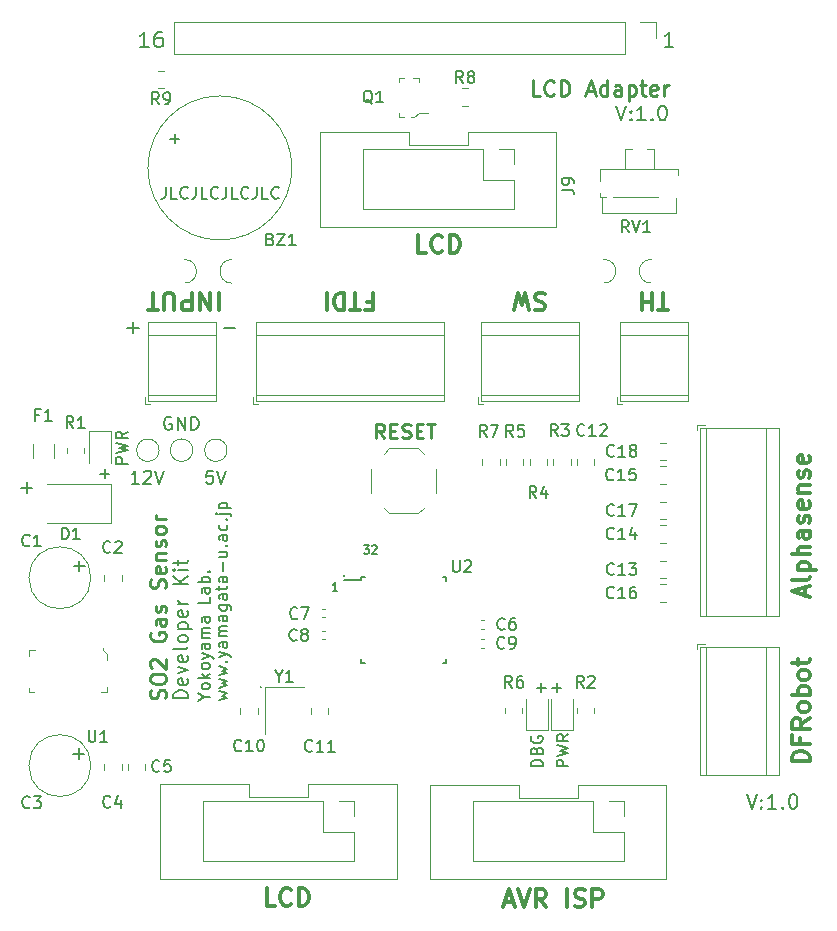
<source format=gbr>
%TF.GenerationSoftware,KiCad,Pcbnew,(6.0.6)*%
%TF.CreationDate,2022-12-21T22:14:54+09:00*%
%TF.ProjectId,SO2-GasSensor_DevelopmentKit_V1.0,534f322d-4761-4735-9365-6e736f725f44,rev?*%
%TF.SameCoordinates,Original*%
%TF.FileFunction,Legend,Top*%
%TF.FilePolarity,Positive*%
%FSLAX46Y46*%
G04 Gerber Fmt 4.6, Leading zero omitted, Abs format (unit mm)*
G04 Created by KiCad (PCBNEW (6.0.6)) date 2022-12-21 22:14:54*
%MOMM*%
%LPD*%
G01*
G04 APERTURE LIST*
%ADD10C,0.120000*%
%ADD11C,0.250000*%
%ADD12C,0.300000*%
%ADD13C,0.200000*%
%ADD14C,0.150000*%
%ADD15C,0.100000*%
G04 APERTURE END LIST*
D10*
X54820711Y-143050000D02*
G75*
G03*
X54820711Y-143050000I-70711J0D01*
G01*
X47795711Y-152475000D02*
G75*
G03*
X47795711Y-152475000I-70711J0D01*
G01*
D11*
X58157142Y-131367857D02*
X57757142Y-130796428D01*
X57471428Y-131367857D02*
X57471428Y-130167857D01*
X57928571Y-130167857D01*
X58042857Y-130225000D01*
X58100000Y-130282142D01*
X58157142Y-130396428D01*
X58157142Y-130567857D01*
X58100000Y-130682142D01*
X58042857Y-130739285D01*
X57928571Y-130796428D01*
X57471428Y-130796428D01*
X58671428Y-130739285D02*
X59071428Y-130739285D01*
X59242857Y-131367857D02*
X58671428Y-131367857D01*
X58671428Y-130167857D01*
X59242857Y-130167857D01*
X59700000Y-131310714D02*
X59871428Y-131367857D01*
X60157142Y-131367857D01*
X60271428Y-131310714D01*
X60328571Y-131253571D01*
X60385714Y-131139285D01*
X60385714Y-131025000D01*
X60328571Y-130910714D01*
X60271428Y-130853571D01*
X60157142Y-130796428D01*
X59928571Y-130739285D01*
X59814285Y-130682142D01*
X59757142Y-130625000D01*
X59700000Y-130510714D01*
X59700000Y-130396428D01*
X59757142Y-130282142D01*
X59814285Y-130225000D01*
X59928571Y-130167857D01*
X60214285Y-130167857D01*
X60385714Y-130225000D01*
X60900000Y-130739285D02*
X61300000Y-130739285D01*
X61471428Y-131367857D02*
X60900000Y-131367857D01*
X60900000Y-130167857D01*
X61471428Y-130167857D01*
X61814285Y-130167857D02*
X62500000Y-130167857D01*
X62157142Y-131367857D02*
X62157142Y-130167857D01*
X39601190Y-153421427D02*
X39663095Y-153235713D01*
X39663095Y-152926189D01*
X39601190Y-152802380D01*
X39539285Y-152740475D01*
X39415476Y-152678570D01*
X39291666Y-152678570D01*
X39167857Y-152740475D01*
X39105952Y-152802380D01*
X39044047Y-152926189D01*
X38982142Y-153173808D01*
X38920238Y-153297618D01*
X38858333Y-153359523D01*
X38734523Y-153421427D01*
X38610714Y-153421427D01*
X38486904Y-153359523D01*
X38425000Y-153297618D01*
X38363095Y-153173808D01*
X38363095Y-152864285D01*
X38425000Y-152678570D01*
X38363095Y-151873808D02*
X38363095Y-151626189D01*
X38425000Y-151502380D01*
X38548809Y-151378570D01*
X38796428Y-151316666D01*
X39229761Y-151316666D01*
X39477380Y-151378570D01*
X39601190Y-151502380D01*
X39663095Y-151626189D01*
X39663095Y-151873808D01*
X39601190Y-151997618D01*
X39477380Y-152121427D01*
X39229761Y-152183332D01*
X38796428Y-152183332D01*
X38548809Y-152121427D01*
X38425000Y-151997618D01*
X38363095Y-151873808D01*
X38486904Y-150821427D02*
X38425000Y-150759523D01*
X38363095Y-150635713D01*
X38363095Y-150326189D01*
X38425000Y-150202380D01*
X38486904Y-150140475D01*
X38610714Y-150078570D01*
X38734523Y-150078570D01*
X38920238Y-150140475D01*
X39663095Y-150883332D01*
X39663095Y-150078570D01*
X38425000Y-147849999D02*
X38363095Y-147973808D01*
X38363095Y-148159523D01*
X38425000Y-148345237D01*
X38548809Y-148469047D01*
X38672619Y-148530951D01*
X38920238Y-148592856D01*
X39105952Y-148592856D01*
X39353571Y-148530951D01*
X39477380Y-148469047D01*
X39601190Y-148345237D01*
X39663095Y-148159523D01*
X39663095Y-148035713D01*
X39601190Y-147849999D01*
X39539285Y-147788094D01*
X39105952Y-147788094D01*
X39105952Y-148035713D01*
X39663095Y-146673808D02*
X38982142Y-146673808D01*
X38858333Y-146735713D01*
X38796428Y-146859523D01*
X38796428Y-147107142D01*
X38858333Y-147230951D01*
X39601190Y-146673808D02*
X39663095Y-146797618D01*
X39663095Y-147107142D01*
X39601190Y-147230951D01*
X39477380Y-147292856D01*
X39353571Y-147292856D01*
X39229761Y-147230951D01*
X39167857Y-147107142D01*
X39167857Y-146797618D01*
X39105952Y-146673808D01*
X39601190Y-146116666D02*
X39663095Y-145992856D01*
X39663095Y-145745237D01*
X39601190Y-145621427D01*
X39477380Y-145559523D01*
X39415476Y-145559523D01*
X39291666Y-145621427D01*
X39229761Y-145745237D01*
X39229761Y-145930951D01*
X39167857Y-146054761D01*
X39044047Y-146116666D01*
X38982142Y-146116666D01*
X38858333Y-146054761D01*
X38796428Y-145930951D01*
X38796428Y-145745237D01*
X38858333Y-145621427D01*
X39601190Y-144073808D02*
X39663095Y-143888094D01*
X39663095Y-143578570D01*
X39601190Y-143454761D01*
X39539285Y-143392856D01*
X39415476Y-143330951D01*
X39291666Y-143330951D01*
X39167857Y-143392856D01*
X39105952Y-143454761D01*
X39044047Y-143578570D01*
X38982142Y-143826189D01*
X38920238Y-143949999D01*
X38858333Y-144011904D01*
X38734523Y-144073808D01*
X38610714Y-144073808D01*
X38486904Y-144011904D01*
X38425000Y-143949999D01*
X38363095Y-143826189D01*
X38363095Y-143516666D01*
X38425000Y-143330951D01*
X39601190Y-142278570D02*
X39663095Y-142402380D01*
X39663095Y-142649999D01*
X39601190Y-142773808D01*
X39477380Y-142835713D01*
X38982142Y-142835713D01*
X38858333Y-142773808D01*
X38796428Y-142649999D01*
X38796428Y-142402380D01*
X38858333Y-142278570D01*
X38982142Y-142216666D01*
X39105952Y-142216666D01*
X39229761Y-142835713D01*
X38796428Y-141659523D02*
X39663095Y-141659523D01*
X38920238Y-141659523D02*
X38858333Y-141597618D01*
X38796428Y-141473808D01*
X38796428Y-141288094D01*
X38858333Y-141164285D01*
X38982142Y-141102380D01*
X39663095Y-141102380D01*
X39601190Y-140545237D02*
X39663095Y-140421427D01*
X39663095Y-140173808D01*
X39601190Y-140049999D01*
X39477380Y-139988094D01*
X39415476Y-139988094D01*
X39291666Y-140049999D01*
X39229761Y-140173808D01*
X39229761Y-140359523D01*
X39167857Y-140483332D01*
X39044047Y-140545237D01*
X38982142Y-140545237D01*
X38858333Y-140483332D01*
X38796428Y-140359523D01*
X38796428Y-140173808D01*
X38858333Y-140049999D01*
X39663095Y-139245237D02*
X39601190Y-139369047D01*
X39539285Y-139430951D01*
X39415476Y-139492856D01*
X39044047Y-139492856D01*
X38920238Y-139430951D01*
X38858333Y-139369047D01*
X38796428Y-139245237D01*
X38796428Y-139059523D01*
X38858333Y-138935713D01*
X38920238Y-138873808D01*
X39044047Y-138811904D01*
X39415476Y-138811904D01*
X39539285Y-138873808D01*
X39601190Y-138935713D01*
X39663095Y-139059523D01*
X39663095Y-139245237D01*
X39663095Y-138254761D02*
X38796428Y-138254761D01*
X39044047Y-138254761D02*
X38920238Y-138192856D01*
X38858333Y-138130951D01*
X38796428Y-138007142D01*
X38796428Y-137883332D01*
D12*
X56714285Y-119857142D02*
X57214285Y-119857142D01*
X57214285Y-119071428D02*
X57214285Y-120571428D01*
X56500000Y-120571428D01*
X56142857Y-120571428D02*
X55285714Y-120571428D01*
X55714285Y-119071428D02*
X55714285Y-120571428D01*
X54785714Y-119071428D02*
X54785714Y-120571428D01*
X54428571Y-120571428D01*
X54214285Y-120500000D01*
X54071428Y-120357142D01*
X54000000Y-120214285D01*
X53928571Y-119928571D01*
X53928571Y-119714285D01*
X54000000Y-119428571D01*
X54071428Y-119285714D01*
X54214285Y-119142857D01*
X54428571Y-119071428D01*
X54785714Y-119071428D01*
X53285714Y-119071428D02*
X53285714Y-120571428D01*
X94178571Y-158750000D02*
X92678571Y-158750000D01*
X92678571Y-158392857D01*
X92750000Y-158178571D01*
X92892857Y-158035714D01*
X93035714Y-157964285D01*
X93321428Y-157892857D01*
X93535714Y-157892857D01*
X93821428Y-157964285D01*
X93964285Y-158035714D01*
X94107142Y-158178571D01*
X94178571Y-158392857D01*
X94178571Y-158750000D01*
X93392857Y-156750000D02*
X93392857Y-157250000D01*
X94178571Y-157250000D02*
X92678571Y-157250000D01*
X92678571Y-156535714D01*
X94178571Y-155107142D02*
X93464285Y-155607142D01*
X94178571Y-155964285D02*
X92678571Y-155964285D01*
X92678571Y-155392857D01*
X92750000Y-155250000D01*
X92821428Y-155178571D01*
X92964285Y-155107142D01*
X93178571Y-155107142D01*
X93321428Y-155178571D01*
X93392857Y-155250000D01*
X93464285Y-155392857D01*
X93464285Y-155964285D01*
X94178571Y-154250000D02*
X94107142Y-154392857D01*
X94035714Y-154464285D01*
X93892857Y-154535714D01*
X93464285Y-154535714D01*
X93321428Y-154464285D01*
X93250000Y-154392857D01*
X93178571Y-154250000D01*
X93178571Y-154035714D01*
X93250000Y-153892857D01*
X93321428Y-153821428D01*
X93464285Y-153750000D01*
X93892857Y-153750000D01*
X94035714Y-153821428D01*
X94107142Y-153892857D01*
X94178571Y-154035714D01*
X94178571Y-154250000D01*
X94178571Y-153107142D02*
X92678571Y-153107142D01*
X93250000Y-153107142D02*
X93178571Y-152964285D01*
X93178571Y-152678571D01*
X93250000Y-152535714D01*
X93321428Y-152464285D01*
X93464285Y-152392857D01*
X93892857Y-152392857D01*
X94035714Y-152464285D01*
X94107142Y-152535714D01*
X94178571Y-152678571D01*
X94178571Y-152964285D01*
X94107142Y-153107142D01*
X94178571Y-151535714D02*
X94107142Y-151678571D01*
X94035714Y-151750000D01*
X93892857Y-151821428D01*
X93464285Y-151821428D01*
X93321428Y-151750000D01*
X93250000Y-151678571D01*
X93178571Y-151535714D01*
X93178571Y-151321428D01*
X93250000Y-151178571D01*
X93321428Y-151107142D01*
X93464285Y-151035714D01*
X93892857Y-151035714D01*
X94035714Y-151107142D01*
X94107142Y-151178571D01*
X94178571Y-151321428D01*
X94178571Y-151535714D01*
X93178571Y-150607142D02*
X93178571Y-150035714D01*
X92678571Y-150392857D02*
X93964285Y-150392857D01*
X94107142Y-150321428D01*
X94178571Y-150178571D01*
X94178571Y-150035714D01*
D13*
X43640476Y-134122619D02*
X43116666Y-134122619D01*
X43064285Y-134646428D01*
X43116666Y-134594047D01*
X43221428Y-134541666D01*
X43483333Y-134541666D01*
X43588095Y-134594047D01*
X43640476Y-134646428D01*
X43692857Y-134751190D01*
X43692857Y-135013095D01*
X43640476Y-135117857D01*
X43588095Y-135170238D01*
X43483333Y-135222619D01*
X43221428Y-135222619D01*
X43116666Y-135170238D01*
X43064285Y-135117857D01*
X44007142Y-134122619D02*
X44373809Y-135222619D01*
X44740476Y-134122619D01*
X31892857Y-142210714D02*
X32807142Y-142210714D01*
X32350000Y-142667857D02*
X32350000Y-141753571D01*
X38212380Y-98268095D02*
X37469523Y-98268095D01*
X37840952Y-98268095D02*
X37840952Y-96968095D01*
X37717142Y-97153809D01*
X37593333Y-97277619D01*
X37469523Y-97339523D01*
X39326666Y-96968095D02*
X39079047Y-96968095D01*
X38955238Y-97030000D01*
X38893333Y-97091904D01*
X38769523Y-97277619D01*
X38707619Y-97525238D01*
X38707619Y-98020476D01*
X38769523Y-98144285D01*
X38831428Y-98206190D01*
X38955238Y-98268095D01*
X39202857Y-98268095D01*
X39326666Y-98206190D01*
X39388571Y-98144285D01*
X39450476Y-98020476D01*
X39450476Y-97710952D01*
X39388571Y-97587142D01*
X39326666Y-97525238D01*
X39202857Y-97463333D01*
X38955238Y-97463333D01*
X38831428Y-97525238D01*
X38769523Y-97587142D01*
X38707619Y-97710952D01*
D14*
X34119047Y-134396428D02*
X34880952Y-134396428D01*
X34500000Y-134777380D02*
X34500000Y-134015476D01*
D13*
X42901190Y-153265476D02*
X43377380Y-153265476D01*
X42377380Y-153598809D02*
X42901190Y-153265476D01*
X42377380Y-152932142D01*
X43377380Y-152455952D02*
X43329761Y-152551190D01*
X43282142Y-152598809D01*
X43186904Y-152646428D01*
X42901190Y-152646428D01*
X42805952Y-152598809D01*
X42758333Y-152551190D01*
X42710714Y-152455952D01*
X42710714Y-152313095D01*
X42758333Y-152217857D01*
X42805952Y-152170238D01*
X42901190Y-152122619D01*
X43186904Y-152122619D01*
X43282142Y-152170238D01*
X43329761Y-152217857D01*
X43377380Y-152313095D01*
X43377380Y-152455952D01*
X43377380Y-151694047D02*
X42377380Y-151694047D01*
X42996428Y-151598809D02*
X43377380Y-151313095D01*
X42710714Y-151313095D02*
X43091666Y-151694047D01*
X43377380Y-150741666D02*
X43329761Y-150836904D01*
X43282142Y-150884523D01*
X43186904Y-150932142D01*
X42901190Y-150932142D01*
X42805952Y-150884523D01*
X42758333Y-150836904D01*
X42710714Y-150741666D01*
X42710714Y-150598809D01*
X42758333Y-150503571D01*
X42805952Y-150455952D01*
X42901190Y-150408333D01*
X43186904Y-150408333D01*
X43282142Y-150455952D01*
X43329761Y-150503571D01*
X43377380Y-150598809D01*
X43377380Y-150741666D01*
X42710714Y-150075000D02*
X43377380Y-149836904D01*
X42710714Y-149598809D02*
X43377380Y-149836904D01*
X43615476Y-149932142D01*
X43663095Y-149979761D01*
X43710714Y-150075000D01*
X43377380Y-148789285D02*
X42853571Y-148789285D01*
X42758333Y-148836904D01*
X42710714Y-148932142D01*
X42710714Y-149122619D01*
X42758333Y-149217857D01*
X43329761Y-148789285D02*
X43377380Y-148884523D01*
X43377380Y-149122619D01*
X43329761Y-149217857D01*
X43234523Y-149265476D01*
X43139285Y-149265476D01*
X43044047Y-149217857D01*
X42996428Y-149122619D01*
X42996428Y-148884523D01*
X42948809Y-148789285D01*
X43377380Y-148313095D02*
X42710714Y-148313095D01*
X42805952Y-148313095D02*
X42758333Y-148265476D01*
X42710714Y-148170238D01*
X42710714Y-148027380D01*
X42758333Y-147932142D01*
X42853571Y-147884523D01*
X43377380Y-147884523D01*
X42853571Y-147884523D02*
X42758333Y-147836904D01*
X42710714Y-147741666D01*
X42710714Y-147598809D01*
X42758333Y-147503571D01*
X42853571Y-147455952D01*
X43377380Y-147455952D01*
X43377380Y-146551190D02*
X42853571Y-146551190D01*
X42758333Y-146598809D01*
X42710714Y-146694047D01*
X42710714Y-146884523D01*
X42758333Y-146979761D01*
X43329761Y-146551190D02*
X43377380Y-146646428D01*
X43377380Y-146884523D01*
X43329761Y-146979761D01*
X43234523Y-147027380D01*
X43139285Y-147027380D01*
X43044047Y-146979761D01*
X42996428Y-146884523D01*
X42996428Y-146646428D01*
X42948809Y-146551190D01*
X43377380Y-144836904D02*
X43377380Y-145313095D01*
X42377380Y-145313095D01*
X43377380Y-144075000D02*
X42853571Y-144075000D01*
X42758333Y-144122619D01*
X42710714Y-144217857D01*
X42710714Y-144408333D01*
X42758333Y-144503571D01*
X43329761Y-144075000D02*
X43377380Y-144170238D01*
X43377380Y-144408333D01*
X43329761Y-144503571D01*
X43234523Y-144551190D01*
X43139285Y-144551190D01*
X43044047Y-144503571D01*
X42996428Y-144408333D01*
X42996428Y-144170238D01*
X42948809Y-144075000D01*
X43377380Y-143598809D02*
X42377380Y-143598809D01*
X42758333Y-143598809D02*
X42710714Y-143503571D01*
X42710714Y-143313095D01*
X42758333Y-143217857D01*
X42805952Y-143170238D01*
X42901190Y-143122619D01*
X43186904Y-143122619D01*
X43282142Y-143170238D01*
X43329761Y-143217857D01*
X43377380Y-143313095D01*
X43377380Y-143503571D01*
X43329761Y-143598809D01*
X43282142Y-142694047D02*
X43329761Y-142646428D01*
X43377380Y-142694047D01*
X43329761Y-142741666D01*
X43282142Y-142694047D01*
X43377380Y-142694047D01*
D12*
X71785714Y-119142857D02*
X71571428Y-119071428D01*
X71214285Y-119071428D01*
X71071428Y-119142857D01*
X71000000Y-119214285D01*
X70928571Y-119357142D01*
X70928571Y-119500000D01*
X71000000Y-119642857D01*
X71071428Y-119714285D01*
X71214285Y-119785714D01*
X71500000Y-119857142D01*
X71642857Y-119928571D01*
X71714285Y-120000000D01*
X71785714Y-120142857D01*
X71785714Y-120285714D01*
X71714285Y-120428571D01*
X71642857Y-120500000D01*
X71500000Y-120571428D01*
X71142857Y-120571428D01*
X70928571Y-120500000D01*
X70428571Y-120571428D02*
X70071428Y-119071428D01*
X69785714Y-120142857D01*
X69500000Y-119071428D01*
X69142857Y-120571428D01*
D13*
X44210714Y-153551190D02*
X44877380Y-153360714D01*
X44401190Y-153170238D01*
X44877380Y-152979761D01*
X44210714Y-152789285D01*
X44210714Y-152503571D02*
X44877380Y-152313095D01*
X44401190Y-152122618D01*
X44877380Y-151932142D01*
X44210714Y-151741666D01*
X44210714Y-151455952D02*
X44877380Y-151265476D01*
X44401190Y-151074999D01*
X44877380Y-150884523D01*
X44210714Y-150694047D01*
X44782142Y-150313095D02*
X44829761Y-150265476D01*
X44877380Y-150313095D01*
X44829761Y-150360714D01*
X44782142Y-150313095D01*
X44877380Y-150313095D01*
X44210714Y-149932142D02*
X44877380Y-149694047D01*
X44210714Y-149455952D02*
X44877380Y-149694047D01*
X45115476Y-149789285D01*
X45163095Y-149836904D01*
X45210714Y-149932142D01*
X44877380Y-148646428D02*
X44353571Y-148646428D01*
X44258333Y-148694047D01*
X44210714Y-148789285D01*
X44210714Y-148979761D01*
X44258333Y-149074999D01*
X44829761Y-148646428D02*
X44877380Y-148741666D01*
X44877380Y-148979761D01*
X44829761Y-149074999D01*
X44734523Y-149122618D01*
X44639285Y-149122618D01*
X44544047Y-149074999D01*
X44496428Y-148979761D01*
X44496428Y-148741666D01*
X44448809Y-148646428D01*
X44877380Y-148170238D02*
X44210714Y-148170238D01*
X44305952Y-148170238D02*
X44258333Y-148122618D01*
X44210714Y-148027380D01*
X44210714Y-147884523D01*
X44258333Y-147789285D01*
X44353571Y-147741666D01*
X44877380Y-147741666D01*
X44353571Y-147741666D02*
X44258333Y-147694047D01*
X44210714Y-147598809D01*
X44210714Y-147455952D01*
X44258333Y-147360714D01*
X44353571Y-147313095D01*
X44877380Y-147313095D01*
X44877380Y-146408333D02*
X44353571Y-146408333D01*
X44258333Y-146455952D01*
X44210714Y-146551190D01*
X44210714Y-146741666D01*
X44258333Y-146836904D01*
X44829761Y-146408333D02*
X44877380Y-146503571D01*
X44877380Y-146741666D01*
X44829761Y-146836904D01*
X44734523Y-146884523D01*
X44639285Y-146884523D01*
X44544047Y-146836904D01*
X44496428Y-146741666D01*
X44496428Y-146503571D01*
X44448809Y-146408333D01*
X44210714Y-145503571D02*
X45020238Y-145503571D01*
X45115476Y-145551190D01*
X45163095Y-145598809D01*
X45210714Y-145694047D01*
X45210714Y-145836904D01*
X45163095Y-145932142D01*
X44829761Y-145503571D02*
X44877380Y-145598809D01*
X44877380Y-145789285D01*
X44829761Y-145884523D01*
X44782142Y-145932142D01*
X44686904Y-145979761D01*
X44401190Y-145979761D01*
X44305952Y-145932142D01*
X44258333Y-145884523D01*
X44210714Y-145789285D01*
X44210714Y-145598809D01*
X44258333Y-145503571D01*
X44877380Y-144598809D02*
X44353571Y-144598809D01*
X44258333Y-144646428D01*
X44210714Y-144741666D01*
X44210714Y-144932142D01*
X44258333Y-145027380D01*
X44829761Y-144598809D02*
X44877380Y-144694047D01*
X44877380Y-144932142D01*
X44829761Y-145027380D01*
X44734523Y-145074999D01*
X44639285Y-145074999D01*
X44544047Y-145027380D01*
X44496428Y-144932142D01*
X44496428Y-144694047D01*
X44448809Y-144598809D01*
X44210714Y-144265476D02*
X44210714Y-143884523D01*
X43877380Y-144122618D02*
X44734523Y-144122618D01*
X44829761Y-144074999D01*
X44877380Y-143979761D01*
X44877380Y-143884523D01*
X44877380Y-143122618D02*
X44353571Y-143122618D01*
X44258333Y-143170238D01*
X44210714Y-143265476D01*
X44210714Y-143455952D01*
X44258333Y-143551190D01*
X44829761Y-143122618D02*
X44877380Y-143217857D01*
X44877380Y-143455952D01*
X44829761Y-143551190D01*
X44734523Y-143598809D01*
X44639285Y-143598809D01*
X44544047Y-143551190D01*
X44496428Y-143455952D01*
X44496428Y-143217857D01*
X44448809Y-143122618D01*
X44496428Y-142646428D02*
X44496428Y-141884523D01*
X44210714Y-140979761D02*
X44877380Y-140979761D01*
X44210714Y-141408333D02*
X44734523Y-141408333D01*
X44829761Y-141360714D01*
X44877380Y-141265476D01*
X44877380Y-141122618D01*
X44829761Y-141027380D01*
X44782142Y-140979761D01*
X44782142Y-140503571D02*
X44829761Y-140455952D01*
X44877380Y-140503571D01*
X44829761Y-140551190D01*
X44782142Y-140503571D01*
X44877380Y-140503571D01*
X44877380Y-139598809D02*
X44353571Y-139598809D01*
X44258333Y-139646428D01*
X44210714Y-139741666D01*
X44210714Y-139932142D01*
X44258333Y-140027380D01*
X44829761Y-139598809D02*
X44877380Y-139694047D01*
X44877380Y-139932142D01*
X44829761Y-140027380D01*
X44734523Y-140074999D01*
X44639285Y-140074999D01*
X44544047Y-140027380D01*
X44496428Y-139932142D01*
X44496428Y-139694047D01*
X44448809Y-139598809D01*
X44829761Y-138694047D02*
X44877380Y-138789285D01*
X44877380Y-138979761D01*
X44829761Y-139074999D01*
X44782142Y-139122618D01*
X44686904Y-139170238D01*
X44401190Y-139170238D01*
X44305952Y-139122618D01*
X44258333Y-139074999D01*
X44210714Y-138979761D01*
X44210714Y-138789285D01*
X44258333Y-138694047D01*
X44782142Y-138265476D02*
X44829761Y-138217857D01*
X44877380Y-138265476D01*
X44829761Y-138313095D01*
X44782142Y-138265476D01*
X44877380Y-138265476D01*
X44210714Y-137789285D02*
X45067857Y-137789285D01*
X45163095Y-137836904D01*
X45210714Y-137932142D01*
X45210714Y-137979761D01*
X43877380Y-137789285D02*
X43925000Y-137836904D01*
X43972619Y-137789285D01*
X43925000Y-137741666D01*
X43877380Y-137789285D01*
X43972619Y-137789285D01*
X44210714Y-137313095D02*
X45210714Y-137313095D01*
X44258333Y-137313095D02*
X44210714Y-137217857D01*
X44210714Y-137027380D01*
X44258333Y-136932142D01*
X44305952Y-136884523D01*
X44401190Y-136836904D01*
X44686904Y-136836904D01*
X44782142Y-136884523D01*
X44829761Y-136932142D01*
X44877380Y-137027380D01*
X44877380Y-137217857D01*
X44829761Y-137313095D01*
X82641428Y-98268095D02*
X81898571Y-98268095D01*
X82270000Y-98268095D02*
X82270000Y-96968095D01*
X82146190Y-97153809D01*
X82022380Y-97277619D01*
X81898571Y-97339523D01*
D12*
X48914285Y-170978571D02*
X48200000Y-170978571D01*
X48200000Y-169478571D01*
X50271428Y-170835714D02*
X50200000Y-170907142D01*
X49985714Y-170978571D01*
X49842857Y-170978571D01*
X49628571Y-170907142D01*
X49485714Y-170764285D01*
X49414285Y-170621428D01*
X49342857Y-170335714D01*
X49342857Y-170121428D01*
X49414285Y-169835714D01*
X49485714Y-169692857D01*
X49628571Y-169550000D01*
X49842857Y-169478571D01*
X49985714Y-169478571D01*
X50200000Y-169550000D01*
X50271428Y-169621428D01*
X50914285Y-170978571D02*
X50914285Y-169478571D01*
X51271428Y-169478571D01*
X51485714Y-169550000D01*
X51628571Y-169692857D01*
X51700000Y-169835714D01*
X51771428Y-170121428D01*
X51771428Y-170335714D01*
X51700000Y-170621428D01*
X51628571Y-170764285D01*
X51485714Y-170907142D01*
X51271428Y-170978571D01*
X50914285Y-170978571D01*
D13*
X44554761Y-122042857D02*
X45545238Y-122042857D01*
D14*
X39655952Y-110102380D02*
X39655952Y-110816666D01*
X39608333Y-110959523D01*
X39513095Y-111054761D01*
X39370238Y-111102380D01*
X39275000Y-111102380D01*
X40608333Y-111102380D02*
X40132142Y-111102380D01*
X40132142Y-110102380D01*
X41513095Y-111007142D02*
X41465476Y-111054761D01*
X41322619Y-111102380D01*
X41227380Y-111102380D01*
X41084523Y-111054761D01*
X40989285Y-110959523D01*
X40941666Y-110864285D01*
X40894047Y-110673809D01*
X40894047Y-110530952D01*
X40941666Y-110340476D01*
X40989285Y-110245238D01*
X41084523Y-110150000D01*
X41227380Y-110102380D01*
X41322619Y-110102380D01*
X41465476Y-110150000D01*
X41513095Y-110197619D01*
X42227380Y-110102380D02*
X42227380Y-110816666D01*
X42179761Y-110959523D01*
X42084523Y-111054761D01*
X41941666Y-111102380D01*
X41846428Y-111102380D01*
X43179761Y-111102380D02*
X42703571Y-111102380D01*
X42703571Y-110102380D01*
X44084523Y-111007142D02*
X44036904Y-111054761D01*
X43894047Y-111102380D01*
X43798809Y-111102380D01*
X43655952Y-111054761D01*
X43560714Y-110959523D01*
X43513095Y-110864285D01*
X43465476Y-110673809D01*
X43465476Y-110530952D01*
X43513095Y-110340476D01*
X43560714Y-110245238D01*
X43655952Y-110150000D01*
X43798809Y-110102380D01*
X43894047Y-110102380D01*
X44036904Y-110150000D01*
X44084523Y-110197619D01*
X44798809Y-110102380D02*
X44798809Y-110816666D01*
X44751190Y-110959523D01*
X44655952Y-111054761D01*
X44513095Y-111102380D01*
X44417857Y-111102380D01*
X45751190Y-111102380D02*
X45275000Y-111102380D01*
X45275000Y-110102380D01*
X46655952Y-111007142D02*
X46608333Y-111054761D01*
X46465476Y-111102380D01*
X46370238Y-111102380D01*
X46227380Y-111054761D01*
X46132142Y-110959523D01*
X46084523Y-110864285D01*
X46036904Y-110673809D01*
X46036904Y-110530952D01*
X46084523Y-110340476D01*
X46132142Y-110245238D01*
X46227380Y-110150000D01*
X46370238Y-110102380D01*
X46465476Y-110102380D01*
X46608333Y-110150000D01*
X46655952Y-110197619D01*
X47370238Y-110102380D02*
X47370238Y-110816666D01*
X47322619Y-110959523D01*
X47227380Y-111054761D01*
X47084523Y-111102380D01*
X46989285Y-111102380D01*
X48322619Y-111102380D02*
X47846428Y-111102380D01*
X47846428Y-110102380D01*
X49227380Y-111007142D02*
X49179761Y-111054761D01*
X49036904Y-111102380D01*
X48941666Y-111102380D01*
X48798809Y-111054761D01*
X48703571Y-110959523D01*
X48655952Y-110864285D01*
X48608333Y-110673809D01*
X48608333Y-110530952D01*
X48655952Y-110340476D01*
X48703571Y-110245238D01*
X48798809Y-110150000D01*
X48941666Y-110102380D01*
X49036904Y-110102380D01*
X49179761Y-110150000D01*
X49227380Y-110197619D01*
X72394047Y-152496428D02*
X73155952Y-152496428D01*
X72775000Y-152877380D02*
X72775000Y-152115476D01*
D12*
X93750000Y-144714285D02*
X93750000Y-144000000D01*
X94178571Y-144857142D02*
X92678571Y-144357142D01*
X94178571Y-143857142D01*
X94178571Y-143142857D02*
X94107142Y-143285714D01*
X93964285Y-143357142D01*
X92678571Y-143357142D01*
X93178571Y-142571428D02*
X94678571Y-142571428D01*
X93250000Y-142571428D02*
X93178571Y-142428571D01*
X93178571Y-142142857D01*
X93250000Y-142000000D01*
X93321428Y-141928571D01*
X93464285Y-141857142D01*
X93892857Y-141857142D01*
X94035714Y-141928571D01*
X94107142Y-142000000D01*
X94178571Y-142142857D01*
X94178571Y-142428571D01*
X94107142Y-142571428D01*
X94178571Y-141214285D02*
X92678571Y-141214285D01*
X94178571Y-140571428D02*
X93392857Y-140571428D01*
X93250000Y-140642857D01*
X93178571Y-140785714D01*
X93178571Y-141000000D01*
X93250000Y-141142857D01*
X93321428Y-141214285D01*
X94178571Y-139214285D02*
X93392857Y-139214285D01*
X93250000Y-139285714D01*
X93178571Y-139428571D01*
X93178571Y-139714285D01*
X93250000Y-139857142D01*
X94107142Y-139214285D02*
X94178571Y-139357142D01*
X94178571Y-139714285D01*
X94107142Y-139857142D01*
X93964285Y-139928571D01*
X93821428Y-139928571D01*
X93678571Y-139857142D01*
X93607142Y-139714285D01*
X93607142Y-139357142D01*
X93535714Y-139214285D01*
X94107142Y-138571428D02*
X94178571Y-138428571D01*
X94178571Y-138142857D01*
X94107142Y-138000000D01*
X93964285Y-137928571D01*
X93892857Y-137928571D01*
X93750000Y-138000000D01*
X93678571Y-138142857D01*
X93678571Y-138357142D01*
X93607142Y-138500000D01*
X93464285Y-138571428D01*
X93392857Y-138571428D01*
X93250000Y-138500000D01*
X93178571Y-138357142D01*
X93178571Y-138142857D01*
X93250000Y-138000000D01*
X94107142Y-136714285D02*
X94178571Y-136857142D01*
X94178571Y-137142857D01*
X94107142Y-137285714D01*
X93964285Y-137357142D01*
X93392857Y-137357142D01*
X93250000Y-137285714D01*
X93178571Y-137142857D01*
X93178571Y-136857142D01*
X93250000Y-136714285D01*
X93392857Y-136642857D01*
X93535714Y-136642857D01*
X93678571Y-137357142D01*
X93178571Y-136000000D02*
X94178571Y-136000000D01*
X93321428Y-136000000D02*
X93250000Y-135928571D01*
X93178571Y-135785714D01*
X93178571Y-135571428D01*
X93250000Y-135428571D01*
X93392857Y-135357142D01*
X94178571Y-135357142D01*
X94107142Y-134714285D02*
X94178571Y-134571428D01*
X94178571Y-134285714D01*
X94107142Y-134142857D01*
X93964285Y-134071428D01*
X93892857Y-134071428D01*
X93750000Y-134142857D01*
X93678571Y-134285714D01*
X93678571Y-134500000D01*
X93607142Y-134642857D01*
X93464285Y-134714285D01*
X93392857Y-134714285D01*
X93250000Y-134642857D01*
X93178571Y-134500000D01*
X93178571Y-134285714D01*
X93250000Y-134142857D01*
X94107142Y-132857142D02*
X94178571Y-133000000D01*
X94178571Y-133285714D01*
X94107142Y-133428571D01*
X93964285Y-133500000D01*
X93392857Y-133500000D01*
X93250000Y-133428571D01*
X93178571Y-133285714D01*
X93178571Y-133000000D01*
X93250000Y-132857142D01*
X93392857Y-132785714D01*
X93535714Y-132785714D01*
X93678571Y-133500000D01*
D13*
X27417857Y-135560714D02*
X28332142Y-135560714D01*
X27875000Y-136017857D02*
X27875000Y-135103571D01*
X71577380Y-159158332D02*
X70577380Y-159158332D01*
X70577380Y-158920237D01*
X70625000Y-158777380D01*
X70720238Y-158682142D01*
X70815476Y-158634523D01*
X71005952Y-158586904D01*
X71148809Y-158586904D01*
X71339285Y-158634523D01*
X71434523Y-158682142D01*
X71529761Y-158777380D01*
X71577380Y-158920237D01*
X71577380Y-159158332D01*
X71053571Y-157824999D02*
X71101190Y-157682142D01*
X71148809Y-157634523D01*
X71244047Y-157586904D01*
X71386904Y-157586904D01*
X71482142Y-157634523D01*
X71529761Y-157682142D01*
X71577380Y-157777380D01*
X71577380Y-158158332D01*
X70577380Y-158158332D01*
X70577380Y-157824999D01*
X70625000Y-157729761D01*
X70672619Y-157682142D01*
X70767857Y-157634523D01*
X70863095Y-157634523D01*
X70958333Y-157682142D01*
X71005952Y-157729761D01*
X71053571Y-157824999D01*
X71053571Y-158158332D01*
X70625000Y-156634523D02*
X70577380Y-156729761D01*
X70577380Y-156872618D01*
X70625000Y-157015475D01*
X70720238Y-157110713D01*
X70815476Y-157158332D01*
X71005952Y-157205951D01*
X71148809Y-157205951D01*
X71339285Y-157158332D01*
X71434523Y-157110713D01*
X71529761Y-157015475D01*
X71577380Y-156872618D01*
X71577380Y-156777380D01*
X71529761Y-156634523D01*
X71482142Y-156586904D01*
X71148809Y-156586904D01*
X71148809Y-156777380D01*
X73752380Y-159158333D02*
X72752380Y-159158333D01*
X72752380Y-158777380D01*
X72800000Y-158682142D01*
X72847619Y-158634523D01*
X72942857Y-158586904D01*
X73085714Y-158586904D01*
X73180952Y-158634523D01*
X73228571Y-158682142D01*
X73276190Y-158777380D01*
X73276190Y-159158333D01*
X72752380Y-158253571D02*
X73752380Y-158015476D01*
X73038095Y-157825000D01*
X73752380Y-157634523D01*
X72752380Y-157396428D01*
X73752380Y-156444047D02*
X73276190Y-156777380D01*
X73752380Y-157015476D02*
X72752380Y-157015476D01*
X72752380Y-156634523D01*
X72800000Y-156539285D01*
X72847619Y-156491666D01*
X72942857Y-156444047D01*
X73085714Y-156444047D01*
X73180952Y-156491666D01*
X73228571Y-156539285D01*
X73276190Y-156634523D01*
X73276190Y-157015476D01*
X37394047Y-135222619D02*
X36765476Y-135222619D01*
X37079761Y-135222619D02*
X37079761Y-134122619D01*
X36975000Y-134279761D01*
X36870238Y-134384523D01*
X36765476Y-134436904D01*
X37813095Y-134227380D02*
X37865476Y-134175000D01*
X37970238Y-134122619D01*
X38232142Y-134122619D01*
X38336904Y-134175000D01*
X38389285Y-134227380D01*
X38441666Y-134332142D01*
X38441666Y-134436904D01*
X38389285Y-134594047D01*
X37760714Y-135222619D01*
X38441666Y-135222619D01*
X38755952Y-134122619D02*
X39122619Y-135222619D01*
X39489285Y-134122619D01*
X41517857Y-153408332D02*
X40317857Y-153408332D01*
X40317857Y-153122618D01*
X40375000Y-152951189D01*
X40489285Y-152836904D01*
X40603571Y-152779761D01*
X40832142Y-152722618D01*
X41003571Y-152722618D01*
X41232142Y-152779761D01*
X41346428Y-152836904D01*
X41460714Y-152951189D01*
X41517857Y-153122618D01*
X41517857Y-153408332D01*
X41460714Y-151751189D02*
X41517857Y-151865475D01*
X41517857Y-152094046D01*
X41460714Y-152208332D01*
X41346428Y-152265475D01*
X40889285Y-152265475D01*
X40775000Y-152208332D01*
X40717857Y-152094046D01*
X40717857Y-151865475D01*
X40775000Y-151751189D01*
X40889285Y-151694046D01*
X41003571Y-151694046D01*
X41117857Y-152265475D01*
X40717857Y-151294046D02*
X41517857Y-151008332D01*
X40717857Y-150722618D01*
X41460714Y-149808332D02*
X41517857Y-149922618D01*
X41517857Y-150151189D01*
X41460714Y-150265475D01*
X41346428Y-150322618D01*
X40889285Y-150322618D01*
X40775000Y-150265475D01*
X40717857Y-150151189D01*
X40717857Y-149922618D01*
X40775000Y-149808332D01*
X40889285Y-149751189D01*
X41003571Y-149751189D01*
X41117857Y-150322618D01*
X41517857Y-149065475D02*
X41460714Y-149179761D01*
X41346428Y-149236904D01*
X40317857Y-149236904D01*
X41517857Y-148436904D02*
X41460714Y-148551189D01*
X41403571Y-148608332D01*
X41289285Y-148665475D01*
X40946428Y-148665475D01*
X40832142Y-148608332D01*
X40775000Y-148551189D01*
X40717857Y-148436904D01*
X40717857Y-148265475D01*
X40775000Y-148151189D01*
X40832142Y-148094046D01*
X40946428Y-148036904D01*
X41289285Y-148036904D01*
X41403571Y-148094046D01*
X41460714Y-148151189D01*
X41517857Y-148265475D01*
X41517857Y-148436904D01*
X40717857Y-147522618D02*
X41917857Y-147522618D01*
X40775000Y-147522618D02*
X40717857Y-147408332D01*
X40717857Y-147179761D01*
X40775000Y-147065475D01*
X40832142Y-147008332D01*
X40946428Y-146951189D01*
X41289285Y-146951189D01*
X41403571Y-147008332D01*
X41460714Y-147065475D01*
X41517857Y-147179761D01*
X41517857Y-147408332D01*
X41460714Y-147522618D01*
X41460714Y-145979761D02*
X41517857Y-146094046D01*
X41517857Y-146322618D01*
X41460714Y-146436904D01*
X41346428Y-146494046D01*
X40889285Y-146494046D01*
X40775000Y-146436904D01*
X40717857Y-146322618D01*
X40717857Y-146094046D01*
X40775000Y-145979761D01*
X40889285Y-145922618D01*
X41003571Y-145922618D01*
X41117857Y-146494046D01*
X41517857Y-145408332D02*
X40717857Y-145408332D01*
X40946428Y-145408332D02*
X40832142Y-145351189D01*
X40775000Y-145294046D01*
X40717857Y-145179761D01*
X40717857Y-145065475D01*
X41517857Y-143751189D02*
X40317857Y-143751189D01*
X41517857Y-143065475D02*
X40832142Y-143579761D01*
X40317857Y-143065475D02*
X41003571Y-143751189D01*
X41517857Y-142551189D02*
X40717857Y-142551189D01*
X40317857Y-142551189D02*
X40375000Y-142608332D01*
X40432142Y-142551189D01*
X40375000Y-142494046D01*
X40317857Y-142551189D01*
X40432142Y-142551189D01*
X40717857Y-142151189D02*
X40717857Y-141694046D01*
X40317857Y-141979761D02*
X41346428Y-141979761D01*
X41460714Y-141922618D01*
X41517857Y-141808332D01*
X41517857Y-141694046D01*
D14*
X54200000Y-144291666D02*
X53800000Y-144291666D01*
X54000000Y-144291666D02*
X54000000Y-143591666D01*
X53933333Y-143691666D01*
X53866666Y-143758333D01*
X53800000Y-143791666D01*
D13*
X40136904Y-129625000D02*
X40032142Y-129572619D01*
X39875000Y-129572619D01*
X39717857Y-129625000D01*
X39613095Y-129729761D01*
X39560714Y-129834523D01*
X39508333Y-130044047D01*
X39508333Y-130201190D01*
X39560714Y-130410714D01*
X39613095Y-130515476D01*
X39717857Y-130620238D01*
X39875000Y-130672619D01*
X39979761Y-130672619D01*
X40136904Y-130620238D01*
X40189285Y-130567857D01*
X40189285Y-130201190D01*
X39979761Y-130201190D01*
X40660714Y-130672619D02*
X40660714Y-129572619D01*
X41289285Y-130672619D01*
X41289285Y-129572619D01*
X41813095Y-130672619D02*
X41813095Y-129572619D01*
X42075000Y-129572619D01*
X42232142Y-129625000D01*
X42336904Y-129729761D01*
X42389285Y-129834523D01*
X42441666Y-130044047D01*
X42441666Y-130201190D01*
X42389285Y-130410714D01*
X42336904Y-130515476D01*
X42232142Y-130620238D01*
X42075000Y-130672619D01*
X41813095Y-130672619D01*
X36427380Y-133533333D02*
X35427380Y-133533333D01*
X35427380Y-133152380D01*
X35475000Y-133057142D01*
X35522619Y-133009523D01*
X35617857Y-132961904D01*
X35760714Y-132961904D01*
X35855952Y-133009523D01*
X35903571Y-133057142D01*
X35951190Y-133152380D01*
X35951190Y-133533333D01*
X35427380Y-132628571D02*
X36427380Y-132390476D01*
X35713095Y-132200000D01*
X36427380Y-132009523D01*
X35427380Y-131771428D01*
X36427380Y-130819047D02*
X35951190Y-131152380D01*
X36427380Y-131390476D02*
X35427380Y-131390476D01*
X35427380Y-131009523D01*
X35475000Y-130914285D01*
X35522619Y-130866666D01*
X35617857Y-130819047D01*
X35760714Y-130819047D01*
X35855952Y-130866666D01*
X35903571Y-130914285D01*
X35951190Y-131009523D01*
X35951190Y-131390476D01*
X77797619Y-103215476D02*
X78214285Y-104465476D01*
X78630952Y-103215476D01*
X79047619Y-104346428D02*
X79107142Y-104405952D01*
X79047619Y-104465476D01*
X78988095Y-104405952D01*
X79047619Y-104346428D01*
X79047619Y-104465476D01*
X79047619Y-103691666D02*
X79107142Y-103751190D01*
X79047619Y-103810714D01*
X78988095Y-103751190D01*
X79047619Y-103691666D01*
X79047619Y-103810714D01*
X80297619Y-104465476D02*
X79583333Y-104465476D01*
X79940476Y-104465476D02*
X79940476Y-103215476D01*
X79821428Y-103394047D01*
X79702380Y-103513095D01*
X79583333Y-103572619D01*
X80833333Y-104346428D02*
X80892857Y-104405952D01*
X80833333Y-104465476D01*
X80773809Y-104405952D01*
X80833333Y-104346428D01*
X80833333Y-104465476D01*
X81666666Y-103215476D02*
X81785714Y-103215476D01*
X81904761Y-103275000D01*
X81964285Y-103334523D01*
X82023809Y-103453571D01*
X82083333Y-103691666D01*
X82083333Y-103989285D01*
X82023809Y-104227380D01*
X81964285Y-104346428D01*
X81904761Y-104405952D01*
X81785714Y-104465476D01*
X81666666Y-104465476D01*
X81547619Y-104405952D01*
X81488095Y-104346428D01*
X81428571Y-104227380D01*
X81369047Y-103989285D01*
X81369047Y-103691666D01*
X81428571Y-103453571D01*
X81488095Y-103334523D01*
X81547619Y-103275000D01*
X81666666Y-103215476D01*
D14*
X56433333Y-140466666D02*
X56866666Y-140466666D01*
X56633333Y-140733333D01*
X56733333Y-140733333D01*
X56800000Y-140766666D01*
X56833333Y-140800000D01*
X56866666Y-140866666D01*
X56866666Y-141033333D01*
X56833333Y-141100000D01*
X56800000Y-141133333D01*
X56733333Y-141166666D01*
X56533333Y-141166666D01*
X56466666Y-141133333D01*
X56433333Y-141100000D01*
X57133333Y-140533333D02*
X57166666Y-140500000D01*
X57233333Y-140466666D01*
X57400000Y-140466666D01*
X57466666Y-140500000D01*
X57500000Y-140533333D01*
X57533333Y-140600000D01*
X57533333Y-140666666D01*
X57500000Y-140766666D01*
X57100000Y-141166666D01*
X57533333Y-141166666D01*
D12*
X44142857Y-119071428D02*
X44142857Y-120571428D01*
X43428571Y-119071428D02*
X43428571Y-120571428D01*
X42571428Y-119071428D01*
X42571428Y-120571428D01*
X41857142Y-119071428D02*
X41857142Y-120571428D01*
X41285714Y-120571428D01*
X41142857Y-120500000D01*
X41071428Y-120428571D01*
X41000000Y-120285714D01*
X41000000Y-120071428D01*
X41071428Y-119928571D01*
X41142857Y-119857142D01*
X41285714Y-119785714D01*
X41857142Y-119785714D01*
X40357142Y-120571428D02*
X40357142Y-119357142D01*
X40285714Y-119214285D01*
X40214285Y-119142857D01*
X40071428Y-119071428D01*
X39785714Y-119071428D01*
X39642857Y-119142857D01*
X39571428Y-119214285D01*
X39500000Y-119357142D01*
X39500000Y-120571428D01*
X39000000Y-120571428D02*
X38142857Y-120571428D01*
X38571428Y-119071428D02*
X38571428Y-120571428D01*
D14*
X71094047Y-152496428D02*
X71855952Y-152496428D01*
X71475000Y-152877380D02*
X71475000Y-152115476D01*
D13*
X31842857Y-158085714D02*
X32757142Y-158085714D01*
X32300000Y-158542857D02*
X32300000Y-157628571D01*
D12*
X82214285Y-120571428D02*
X81357142Y-120571428D01*
X81785714Y-119071428D02*
X81785714Y-120571428D01*
X80857142Y-119071428D02*
X80857142Y-120571428D01*
X80857142Y-119857142D02*
X80000000Y-119857142D01*
X80000000Y-119071428D02*
X80000000Y-120571428D01*
X61714285Y-115678571D02*
X61000000Y-115678571D01*
X61000000Y-114178571D01*
X63071428Y-115535714D02*
X63000000Y-115607142D01*
X62785714Y-115678571D01*
X62642857Y-115678571D01*
X62428571Y-115607142D01*
X62285714Y-115464285D01*
X62214285Y-115321428D01*
X62142857Y-115035714D01*
X62142857Y-114821428D01*
X62214285Y-114535714D01*
X62285714Y-114392857D01*
X62428571Y-114250000D01*
X62642857Y-114178571D01*
X62785714Y-114178571D01*
X63000000Y-114250000D01*
X63071428Y-114321428D01*
X63714285Y-115678571D02*
X63714285Y-114178571D01*
X64071428Y-114178571D01*
X64285714Y-114250000D01*
X64428571Y-114392857D01*
X64500000Y-114535714D01*
X64571428Y-114821428D01*
X64571428Y-115035714D01*
X64500000Y-115321428D01*
X64428571Y-115464285D01*
X64285714Y-115607142D01*
X64071428Y-115678571D01*
X63714285Y-115678571D01*
D11*
X71354761Y-102388095D02*
X70735714Y-102388095D01*
X70735714Y-101088095D01*
X72530952Y-102264285D02*
X72469047Y-102326190D01*
X72283333Y-102388095D01*
X72159523Y-102388095D01*
X71973809Y-102326190D01*
X71850000Y-102202380D01*
X71788095Y-102078571D01*
X71726190Y-101830952D01*
X71726190Y-101645238D01*
X71788095Y-101397619D01*
X71850000Y-101273809D01*
X71973809Y-101150000D01*
X72159523Y-101088095D01*
X72283333Y-101088095D01*
X72469047Y-101150000D01*
X72530952Y-101211904D01*
X73088095Y-102388095D02*
X73088095Y-101088095D01*
X73397619Y-101088095D01*
X73583333Y-101150000D01*
X73707142Y-101273809D01*
X73769047Y-101397619D01*
X73830952Y-101645238D01*
X73830952Y-101830952D01*
X73769047Y-102078571D01*
X73707142Y-102202380D01*
X73583333Y-102326190D01*
X73397619Y-102388095D01*
X73088095Y-102388095D01*
X75316666Y-102016666D02*
X75935714Y-102016666D01*
X75192857Y-102388095D02*
X75626190Y-101088095D01*
X76059523Y-102388095D01*
X77050000Y-102388095D02*
X77050000Y-101088095D01*
X77050000Y-102326190D02*
X76926190Y-102388095D01*
X76678571Y-102388095D01*
X76554761Y-102326190D01*
X76492857Y-102264285D01*
X76430952Y-102140476D01*
X76430952Y-101769047D01*
X76492857Y-101645238D01*
X76554761Y-101583333D01*
X76678571Y-101521428D01*
X76926190Y-101521428D01*
X77050000Y-101583333D01*
X78226190Y-102388095D02*
X78226190Y-101707142D01*
X78164285Y-101583333D01*
X78040476Y-101521428D01*
X77792857Y-101521428D01*
X77669047Y-101583333D01*
X78226190Y-102326190D02*
X78102380Y-102388095D01*
X77792857Y-102388095D01*
X77669047Y-102326190D01*
X77607142Y-102202380D01*
X77607142Y-102078571D01*
X77669047Y-101954761D01*
X77792857Y-101892857D01*
X78102380Y-101892857D01*
X78226190Y-101830952D01*
X78845238Y-101521428D02*
X78845238Y-102821428D01*
X78845238Y-101583333D02*
X78969047Y-101521428D01*
X79216666Y-101521428D01*
X79340476Y-101583333D01*
X79402380Y-101645238D01*
X79464285Y-101769047D01*
X79464285Y-102140476D01*
X79402380Y-102264285D01*
X79340476Y-102326190D01*
X79216666Y-102388095D01*
X78969047Y-102388095D01*
X78845238Y-102326190D01*
X79835714Y-101521428D02*
X80330952Y-101521428D01*
X80021428Y-101088095D02*
X80021428Y-102202380D01*
X80083333Y-102326190D01*
X80207142Y-102388095D01*
X80330952Y-102388095D01*
X81259523Y-102326190D02*
X81135714Y-102388095D01*
X80888095Y-102388095D01*
X80764285Y-102326190D01*
X80702380Y-102202380D01*
X80702380Y-101707142D01*
X80764285Y-101583333D01*
X80888095Y-101521428D01*
X81135714Y-101521428D01*
X81259523Y-101583333D01*
X81321428Y-101707142D01*
X81321428Y-101830952D01*
X80702380Y-101954761D01*
X81878571Y-102388095D02*
X81878571Y-101521428D01*
X81878571Y-101769047D02*
X81940476Y-101645238D01*
X82002380Y-101583333D01*
X82126190Y-101521428D01*
X82250000Y-101521428D01*
D13*
X36404761Y-122017857D02*
X37395238Y-122017857D01*
X36900000Y-122513095D02*
X36900000Y-121522619D01*
D12*
X68357142Y-170650000D02*
X69071428Y-170650000D01*
X68214285Y-171078571D02*
X68714285Y-169578571D01*
X69214285Y-171078571D01*
X69500000Y-169578571D02*
X70000000Y-171078571D01*
X70500000Y-169578571D01*
X71857142Y-171078571D02*
X71357142Y-170364285D01*
X71000000Y-171078571D02*
X71000000Y-169578571D01*
X71571428Y-169578571D01*
X71714285Y-169650000D01*
X71785714Y-169721428D01*
X71857142Y-169864285D01*
X71857142Y-170078571D01*
X71785714Y-170221428D01*
X71714285Y-170292857D01*
X71571428Y-170364285D01*
X71000000Y-170364285D01*
X73642857Y-171078571D02*
X73642857Y-169578571D01*
X74285714Y-171007142D02*
X74500000Y-171078571D01*
X74857142Y-171078571D01*
X75000000Y-171007142D01*
X75071428Y-170935714D01*
X75142857Y-170792857D01*
X75142857Y-170650000D01*
X75071428Y-170507142D01*
X75000000Y-170435714D01*
X74857142Y-170364285D01*
X74571428Y-170292857D01*
X74428571Y-170221428D01*
X74357142Y-170150000D01*
X74285714Y-170007142D01*
X74285714Y-169864285D01*
X74357142Y-169721428D01*
X74428571Y-169650000D01*
X74571428Y-169578571D01*
X74928571Y-169578571D01*
X75142857Y-169650000D01*
X75785714Y-171078571D02*
X75785714Y-169578571D01*
X76357142Y-169578571D01*
X76500000Y-169650000D01*
X76571428Y-169721428D01*
X76642857Y-169864285D01*
X76642857Y-170078571D01*
X76571428Y-170221428D01*
X76500000Y-170292857D01*
X76357142Y-170364285D01*
X75785714Y-170364285D01*
D13*
X88847619Y-161515476D02*
X89264285Y-162765476D01*
X89680952Y-161515476D01*
X90097619Y-162646428D02*
X90157142Y-162705952D01*
X90097619Y-162765476D01*
X90038095Y-162705952D01*
X90097619Y-162646428D01*
X90097619Y-162765476D01*
X90097619Y-161991666D02*
X90157142Y-162051190D01*
X90097619Y-162110714D01*
X90038095Y-162051190D01*
X90097619Y-161991666D01*
X90097619Y-162110714D01*
X91347619Y-162765476D02*
X90633333Y-162765476D01*
X90990476Y-162765476D02*
X90990476Y-161515476D01*
X90871428Y-161694047D01*
X90752380Y-161813095D01*
X90633333Y-161872619D01*
X91883333Y-162646428D02*
X91942857Y-162705952D01*
X91883333Y-162765476D01*
X91823809Y-162705952D01*
X91883333Y-162646428D01*
X91883333Y-162765476D01*
X92716666Y-161515476D02*
X92835714Y-161515476D01*
X92954761Y-161575000D01*
X93014285Y-161634523D01*
X93073809Y-161753571D01*
X93133333Y-161991666D01*
X93133333Y-162289285D01*
X93073809Y-162527380D01*
X93014285Y-162646428D01*
X92954761Y-162705952D01*
X92835714Y-162765476D01*
X92716666Y-162765476D01*
X92597619Y-162705952D01*
X92538095Y-162646428D01*
X92478571Y-162527380D01*
X92419047Y-162289285D01*
X92419047Y-161991666D01*
X92478571Y-161753571D01*
X92538095Y-161634523D01*
X92597619Y-161575000D01*
X92716666Y-161515476D01*
D14*
%TO.C,U1*%
X33138095Y-156102380D02*
X33138095Y-156911904D01*
X33185714Y-157007142D01*
X33233333Y-157054761D01*
X33328571Y-157102380D01*
X33519047Y-157102380D01*
X33614285Y-157054761D01*
X33661904Y-157007142D01*
X33709523Y-156911904D01*
X33709523Y-156102380D01*
X34709523Y-157102380D02*
X34138095Y-157102380D01*
X34423809Y-157102380D02*
X34423809Y-156102380D01*
X34328571Y-156245238D01*
X34233333Y-156340476D01*
X34138095Y-156388095D01*
%TO.C,C6*%
X68353333Y-147507142D02*
X68305714Y-147554761D01*
X68162857Y-147602380D01*
X68067619Y-147602380D01*
X67924761Y-147554761D01*
X67829523Y-147459523D01*
X67781904Y-147364285D01*
X67734285Y-147173809D01*
X67734285Y-147030952D01*
X67781904Y-146840476D01*
X67829523Y-146745238D01*
X67924761Y-146650000D01*
X68067619Y-146602380D01*
X68162857Y-146602380D01*
X68305714Y-146650000D01*
X68353333Y-146697619D01*
X69210476Y-146602380D02*
X69020000Y-146602380D01*
X68924761Y-146650000D01*
X68877142Y-146697619D01*
X68781904Y-146840476D01*
X68734285Y-147030952D01*
X68734285Y-147411904D01*
X68781904Y-147507142D01*
X68829523Y-147554761D01*
X68924761Y-147602380D01*
X69115238Y-147602380D01*
X69210476Y-147554761D01*
X69258095Y-147507142D01*
X69305714Y-147411904D01*
X69305714Y-147173809D01*
X69258095Y-147078571D01*
X69210476Y-147030952D01*
X69115238Y-146983333D01*
X68924761Y-146983333D01*
X68829523Y-147030952D01*
X68781904Y-147078571D01*
X68734285Y-147173809D01*
%TO.C,R6*%
X68983333Y-152502380D02*
X68650000Y-152026190D01*
X68411904Y-152502380D02*
X68411904Y-151502380D01*
X68792857Y-151502380D01*
X68888095Y-151550000D01*
X68935714Y-151597619D01*
X68983333Y-151692857D01*
X68983333Y-151835714D01*
X68935714Y-151930952D01*
X68888095Y-151978571D01*
X68792857Y-152026190D01*
X68411904Y-152026190D01*
X69840476Y-151502380D02*
X69650000Y-151502380D01*
X69554761Y-151550000D01*
X69507142Y-151597619D01*
X69411904Y-151740476D01*
X69364285Y-151930952D01*
X69364285Y-152311904D01*
X69411904Y-152407142D01*
X69459523Y-152454761D01*
X69554761Y-152502380D01*
X69745238Y-152502380D01*
X69840476Y-152454761D01*
X69888095Y-152407142D01*
X69935714Y-152311904D01*
X69935714Y-152073809D01*
X69888095Y-151978571D01*
X69840476Y-151930952D01*
X69745238Y-151883333D01*
X69554761Y-151883333D01*
X69459523Y-151930952D01*
X69411904Y-151978571D01*
X69364285Y-152073809D01*
%TO.C,C10*%
X46057142Y-157807142D02*
X46009523Y-157854761D01*
X45866666Y-157902380D01*
X45771428Y-157902380D01*
X45628571Y-157854761D01*
X45533333Y-157759523D01*
X45485714Y-157664285D01*
X45438095Y-157473809D01*
X45438095Y-157330952D01*
X45485714Y-157140476D01*
X45533333Y-157045238D01*
X45628571Y-156950000D01*
X45771428Y-156902380D01*
X45866666Y-156902380D01*
X46009523Y-156950000D01*
X46057142Y-156997619D01*
X47009523Y-157902380D02*
X46438095Y-157902380D01*
X46723809Y-157902380D02*
X46723809Y-156902380D01*
X46628571Y-157045238D01*
X46533333Y-157140476D01*
X46438095Y-157188095D01*
X47628571Y-156902380D02*
X47723809Y-156902380D01*
X47819047Y-156950000D01*
X47866666Y-156997619D01*
X47914285Y-157092857D01*
X47961904Y-157283333D01*
X47961904Y-157521428D01*
X47914285Y-157711904D01*
X47866666Y-157807142D01*
X47819047Y-157854761D01*
X47723809Y-157902380D01*
X47628571Y-157902380D01*
X47533333Y-157854761D01*
X47485714Y-157807142D01*
X47438095Y-157711904D01*
X47390476Y-157521428D01*
X47390476Y-157283333D01*
X47438095Y-157092857D01*
X47485714Y-156997619D01*
X47533333Y-156950000D01*
X47628571Y-156902380D01*
%TO.C,C8*%
X50753333Y-148457142D02*
X50705714Y-148504761D01*
X50562857Y-148552380D01*
X50467619Y-148552380D01*
X50324761Y-148504761D01*
X50229523Y-148409523D01*
X50181904Y-148314285D01*
X50134285Y-148123809D01*
X50134285Y-147980952D01*
X50181904Y-147790476D01*
X50229523Y-147695238D01*
X50324761Y-147600000D01*
X50467619Y-147552380D01*
X50562857Y-147552380D01*
X50705714Y-147600000D01*
X50753333Y-147647619D01*
X51324761Y-147980952D02*
X51229523Y-147933333D01*
X51181904Y-147885714D01*
X51134285Y-147790476D01*
X51134285Y-147742857D01*
X51181904Y-147647619D01*
X51229523Y-147600000D01*
X51324761Y-147552380D01*
X51515238Y-147552380D01*
X51610476Y-147600000D01*
X51658095Y-147647619D01*
X51705714Y-147742857D01*
X51705714Y-147790476D01*
X51658095Y-147885714D01*
X51610476Y-147933333D01*
X51515238Y-147980952D01*
X51324761Y-147980952D01*
X51229523Y-148028571D01*
X51181904Y-148076190D01*
X51134285Y-148171428D01*
X51134285Y-148361904D01*
X51181904Y-148457142D01*
X51229523Y-148504761D01*
X51324761Y-148552380D01*
X51515238Y-148552380D01*
X51610476Y-148504761D01*
X51658095Y-148457142D01*
X51705714Y-148361904D01*
X51705714Y-148171428D01*
X51658095Y-148076190D01*
X51610476Y-148028571D01*
X51515238Y-147980952D01*
%TO.C,C17*%
X77607142Y-137857142D02*
X77559523Y-137904761D01*
X77416666Y-137952380D01*
X77321428Y-137952380D01*
X77178571Y-137904761D01*
X77083333Y-137809523D01*
X77035714Y-137714285D01*
X76988095Y-137523809D01*
X76988095Y-137380952D01*
X77035714Y-137190476D01*
X77083333Y-137095238D01*
X77178571Y-137000000D01*
X77321428Y-136952380D01*
X77416666Y-136952380D01*
X77559523Y-137000000D01*
X77607142Y-137047619D01*
X78559523Y-137952380D02*
X77988095Y-137952380D01*
X78273809Y-137952380D02*
X78273809Y-136952380D01*
X78178571Y-137095238D01*
X78083333Y-137190476D01*
X77988095Y-137238095D01*
X78892857Y-136952380D02*
X79559523Y-136952380D01*
X79130952Y-137952380D01*
%TO.C,R7*%
X66833333Y-131252380D02*
X66500000Y-130776190D01*
X66261904Y-131252380D02*
X66261904Y-130252380D01*
X66642857Y-130252380D01*
X66738095Y-130300000D01*
X66785714Y-130347619D01*
X66833333Y-130442857D01*
X66833333Y-130585714D01*
X66785714Y-130680952D01*
X66738095Y-130728571D01*
X66642857Y-130776190D01*
X66261904Y-130776190D01*
X67166666Y-130252380D02*
X67833333Y-130252380D01*
X67404761Y-131252380D01*
%TO.C,R1*%
X31833333Y-130527380D02*
X31500000Y-130051190D01*
X31261904Y-130527380D02*
X31261904Y-129527380D01*
X31642857Y-129527380D01*
X31738095Y-129575000D01*
X31785714Y-129622619D01*
X31833333Y-129717857D01*
X31833333Y-129860714D01*
X31785714Y-129955952D01*
X31738095Y-130003571D01*
X31642857Y-130051190D01*
X31261904Y-130051190D01*
X32785714Y-130527380D02*
X32214285Y-130527380D01*
X32500000Y-130527380D02*
X32500000Y-129527380D01*
X32404761Y-129670238D01*
X32309523Y-129765476D01*
X32214285Y-129813095D01*
%TO.C,R9*%
X39083333Y-103102380D02*
X38750000Y-102626190D01*
X38511904Y-103102380D02*
X38511904Y-102102380D01*
X38892857Y-102102380D01*
X38988095Y-102150000D01*
X39035714Y-102197619D01*
X39083333Y-102292857D01*
X39083333Y-102435714D01*
X39035714Y-102530952D01*
X38988095Y-102578571D01*
X38892857Y-102626190D01*
X38511904Y-102626190D01*
X39559523Y-103102380D02*
X39750000Y-103102380D01*
X39845238Y-103054761D01*
X39892857Y-103007142D01*
X39988095Y-102864285D01*
X40035714Y-102673809D01*
X40035714Y-102292857D01*
X39988095Y-102197619D01*
X39940476Y-102150000D01*
X39845238Y-102102380D01*
X39654761Y-102102380D01*
X39559523Y-102150000D01*
X39511904Y-102197619D01*
X39464285Y-102292857D01*
X39464285Y-102530952D01*
X39511904Y-102626190D01*
X39559523Y-102673809D01*
X39654761Y-102721428D01*
X39845238Y-102721428D01*
X39940476Y-102673809D01*
X39988095Y-102626190D01*
X40035714Y-102530952D01*
%TO.C,J9*%
X73192380Y-110333333D02*
X73906666Y-110333333D01*
X74049523Y-110380952D01*
X74144761Y-110476190D01*
X74192380Y-110619047D01*
X74192380Y-110714285D01*
X74192380Y-109809523D02*
X74192380Y-109619047D01*
X74144761Y-109523809D01*
X74097142Y-109476190D01*
X73954285Y-109380952D01*
X73763809Y-109333333D01*
X73382857Y-109333333D01*
X73287619Y-109380952D01*
X73240000Y-109428571D01*
X73192380Y-109523809D01*
X73192380Y-109714285D01*
X73240000Y-109809523D01*
X73287619Y-109857142D01*
X73382857Y-109904761D01*
X73620952Y-109904761D01*
X73716190Y-109857142D01*
X73763809Y-109809523D01*
X73811428Y-109714285D01*
X73811428Y-109523809D01*
X73763809Y-109428571D01*
X73716190Y-109380952D01*
X73620952Y-109333333D01*
%TO.C,R8*%
X64833333Y-101302380D02*
X64500000Y-100826190D01*
X64261904Y-101302380D02*
X64261904Y-100302380D01*
X64642857Y-100302380D01*
X64738095Y-100350000D01*
X64785714Y-100397619D01*
X64833333Y-100492857D01*
X64833333Y-100635714D01*
X64785714Y-100730952D01*
X64738095Y-100778571D01*
X64642857Y-100826190D01*
X64261904Y-100826190D01*
X65404761Y-100730952D02*
X65309523Y-100683333D01*
X65261904Y-100635714D01*
X65214285Y-100540476D01*
X65214285Y-100492857D01*
X65261904Y-100397619D01*
X65309523Y-100350000D01*
X65404761Y-100302380D01*
X65595238Y-100302380D01*
X65690476Y-100350000D01*
X65738095Y-100397619D01*
X65785714Y-100492857D01*
X65785714Y-100540476D01*
X65738095Y-100635714D01*
X65690476Y-100683333D01*
X65595238Y-100730952D01*
X65404761Y-100730952D01*
X65309523Y-100778571D01*
X65261904Y-100826190D01*
X65214285Y-100921428D01*
X65214285Y-101111904D01*
X65261904Y-101207142D01*
X65309523Y-101254761D01*
X65404761Y-101302380D01*
X65595238Y-101302380D01*
X65690476Y-101254761D01*
X65738095Y-101207142D01*
X65785714Y-101111904D01*
X65785714Y-100921428D01*
X65738095Y-100826190D01*
X65690476Y-100778571D01*
X65595238Y-100730952D01*
%TO.C,Q1*%
X57154761Y-103047619D02*
X57059523Y-103000000D01*
X56964285Y-102904761D01*
X56821428Y-102761904D01*
X56726190Y-102714285D01*
X56630952Y-102714285D01*
X56678571Y-102952380D02*
X56583333Y-102904761D01*
X56488095Y-102809523D01*
X56440476Y-102619047D01*
X56440476Y-102285714D01*
X56488095Y-102095238D01*
X56583333Y-102000000D01*
X56678571Y-101952380D01*
X56869047Y-101952380D01*
X56964285Y-102000000D01*
X57059523Y-102095238D01*
X57107142Y-102285714D01*
X57107142Y-102619047D01*
X57059523Y-102809523D01*
X56964285Y-102904761D01*
X56869047Y-102952380D01*
X56678571Y-102952380D01*
X58059523Y-102952380D02*
X57488095Y-102952380D01*
X57773809Y-102952380D02*
X57773809Y-101952380D01*
X57678571Y-102095238D01*
X57583333Y-102190476D01*
X57488095Y-102238095D01*
%TO.C,C2*%
X34983333Y-141007142D02*
X34935714Y-141054761D01*
X34792857Y-141102380D01*
X34697619Y-141102380D01*
X34554761Y-141054761D01*
X34459523Y-140959523D01*
X34411904Y-140864285D01*
X34364285Y-140673809D01*
X34364285Y-140530952D01*
X34411904Y-140340476D01*
X34459523Y-140245238D01*
X34554761Y-140150000D01*
X34697619Y-140102380D01*
X34792857Y-140102380D01*
X34935714Y-140150000D01*
X34983333Y-140197619D01*
X35364285Y-140197619D02*
X35411904Y-140150000D01*
X35507142Y-140102380D01*
X35745238Y-140102380D01*
X35840476Y-140150000D01*
X35888095Y-140197619D01*
X35935714Y-140292857D01*
X35935714Y-140388095D01*
X35888095Y-140530952D01*
X35316666Y-141102380D01*
X35935714Y-141102380D01*
%TO.C,Y1*%
X49223809Y-151526190D02*
X49223809Y-152002380D01*
X48890476Y-151002380D02*
X49223809Y-151526190D01*
X49557142Y-151002380D01*
X50414285Y-152002380D02*
X49842857Y-152002380D01*
X50128571Y-152002380D02*
X50128571Y-151002380D01*
X50033333Y-151145238D01*
X49938095Y-151240476D01*
X49842857Y-151288095D01*
%TO.C,C12*%
X75107142Y-131107142D02*
X75059523Y-131154761D01*
X74916666Y-131202380D01*
X74821428Y-131202380D01*
X74678571Y-131154761D01*
X74583333Y-131059523D01*
X74535714Y-130964285D01*
X74488095Y-130773809D01*
X74488095Y-130630952D01*
X74535714Y-130440476D01*
X74583333Y-130345238D01*
X74678571Y-130250000D01*
X74821428Y-130202380D01*
X74916666Y-130202380D01*
X75059523Y-130250000D01*
X75107142Y-130297619D01*
X76059523Y-131202380D02*
X75488095Y-131202380D01*
X75773809Y-131202380D02*
X75773809Y-130202380D01*
X75678571Y-130345238D01*
X75583333Y-130440476D01*
X75488095Y-130488095D01*
X76440476Y-130297619D02*
X76488095Y-130250000D01*
X76583333Y-130202380D01*
X76821428Y-130202380D01*
X76916666Y-130250000D01*
X76964285Y-130297619D01*
X77011904Y-130392857D01*
X77011904Y-130488095D01*
X76964285Y-130630952D01*
X76392857Y-131202380D01*
X77011904Y-131202380D01*
%TO.C,C3*%
X28133333Y-162607142D02*
X28085714Y-162654761D01*
X27942857Y-162702380D01*
X27847619Y-162702380D01*
X27704761Y-162654761D01*
X27609523Y-162559523D01*
X27561904Y-162464285D01*
X27514285Y-162273809D01*
X27514285Y-162130952D01*
X27561904Y-161940476D01*
X27609523Y-161845238D01*
X27704761Y-161750000D01*
X27847619Y-161702380D01*
X27942857Y-161702380D01*
X28085714Y-161750000D01*
X28133333Y-161797619D01*
X28466666Y-161702380D02*
X29085714Y-161702380D01*
X28752380Y-162083333D01*
X28895238Y-162083333D01*
X28990476Y-162130952D01*
X29038095Y-162178571D01*
X29085714Y-162273809D01*
X29085714Y-162511904D01*
X29038095Y-162607142D01*
X28990476Y-162654761D01*
X28895238Y-162702380D01*
X28609523Y-162702380D01*
X28514285Y-162654761D01*
X28466666Y-162607142D01*
%TO.C,C9*%
X68333333Y-149107142D02*
X68285714Y-149154761D01*
X68142857Y-149202380D01*
X68047619Y-149202380D01*
X67904761Y-149154761D01*
X67809523Y-149059523D01*
X67761904Y-148964285D01*
X67714285Y-148773809D01*
X67714285Y-148630952D01*
X67761904Y-148440476D01*
X67809523Y-148345238D01*
X67904761Y-148250000D01*
X68047619Y-148202380D01*
X68142857Y-148202380D01*
X68285714Y-148250000D01*
X68333333Y-148297619D01*
X68809523Y-149202380D02*
X69000000Y-149202380D01*
X69095238Y-149154761D01*
X69142857Y-149107142D01*
X69238095Y-148964285D01*
X69285714Y-148773809D01*
X69285714Y-148392857D01*
X69238095Y-148297619D01*
X69190476Y-148250000D01*
X69095238Y-148202380D01*
X68904761Y-148202380D01*
X68809523Y-148250000D01*
X68761904Y-148297619D01*
X68714285Y-148392857D01*
X68714285Y-148630952D01*
X68761904Y-148726190D01*
X68809523Y-148773809D01*
X68904761Y-148821428D01*
X69095238Y-148821428D01*
X69190476Y-148773809D01*
X69238095Y-148726190D01*
X69285714Y-148630952D01*
%TO.C,C16*%
X77607142Y-144857142D02*
X77559523Y-144904761D01*
X77416666Y-144952380D01*
X77321428Y-144952380D01*
X77178571Y-144904761D01*
X77083333Y-144809523D01*
X77035714Y-144714285D01*
X76988095Y-144523809D01*
X76988095Y-144380952D01*
X77035714Y-144190476D01*
X77083333Y-144095238D01*
X77178571Y-144000000D01*
X77321428Y-143952380D01*
X77416666Y-143952380D01*
X77559523Y-144000000D01*
X77607142Y-144047619D01*
X78559523Y-144952380D02*
X77988095Y-144952380D01*
X78273809Y-144952380D02*
X78273809Y-143952380D01*
X78178571Y-144095238D01*
X78083333Y-144190476D01*
X77988095Y-144238095D01*
X79416666Y-143952380D02*
X79226190Y-143952380D01*
X79130952Y-144000000D01*
X79083333Y-144047619D01*
X78988095Y-144190476D01*
X78940476Y-144380952D01*
X78940476Y-144761904D01*
X78988095Y-144857142D01*
X79035714Y-144904761D01*
X79130952Y-144952380D01*
X79321428Y-144952380D01*
X79416666Y-144904761D01*
X79464285Y-144857142D01*
X79511904Y-144761904D01*
X79511904Y-144523809D01*
X79464285Y-144428571D01*
X79416666Y-144380952D01*
X79321428Y-144333333D01*
X79130952Y-144333333D01*
X79035714Y-144380952D01*
X78988095Y-144428571D01*
X78940476Y-144523809D01*
%TO.C,C7*%
X50803333Y-146607142D02*
X50755714Y-146654761D01*
X50612857Y-146702380D01*
X50517619Y-146702380D01*
X50374761Y-146654761D01*
X50279523Y-146559523D01*
X50231904Y-146464285D01*
X50184285Y-146273809D01*
X50184285Y-146130952D01*
X50231904Y-145940476D01*
X50279523Y-145845238D01*
X50374761Y-145750000D01*
X50517619Y-145702380D01*
X50612857Y-145702380D01*
X50755714Y-145750000D01*
X50803333Y-145797619D01*
X51136666Y-145702380D02*
X51803333Y-145702380D01*
X51374761Y-146702380D01*
%TO.C,C4*%
X34983333Y-162557142D02*
X34935714Y-162604761D01*
X34792857Y-162652380D01*
X34697619Y-162652380D01*
X34554761Y-162604761D01*
X34459523Y-162509523D01*
X34411904Y-162414285D01*
X34364285Y-162223809D01*
X34364285Y-162080952D01*
X34411904Y-161890476D01*
X34459523Y-161795238D01*
X34554761Y-161700000D01*
X34697619Y-161652380D01*
X34792857Y-161652380D01*
X34935714Y-161700000D01*
X34983333Y-161747619D01*
X35840476Y-161985714D02*
X35840476Y-162652380D01*
X35602380Y-161604761D02*
X35364285Y-162319047D01*
X35983333Y-162319047D01*
%TO.C,R3*%
X72833333Y-131202380D02*
X72500000Y-130726190D01*
X72261904Y-131202380D02*
X72261904Y-130202380D01*
X72642857Y-130202380D01*
X72738095Y-130250000D01*
X72785714Y-130297619D01*
X72833333Y-130392857D01*
X72833333Y-130535714D01*
X72785714Y-130630952D01*
X72738095Y-130678571D01*
X72642857Y-130726190D01*
X72261904Y-130726190D01*
X73166666Y-130202380D02*
X73785714Y-130202380D01*
X73452380Y-130583333D01*
X73595238Y-130583333D01*
X73690476Y-130630952D01*
X73738095Y-130678571D01*
X73785714Y-130773809D01*
X73785714Y-131011904D01*
X73738095Y-131107142D01*
X73690476Y-131154761D01*
X73595238Y-131202380D01*
X73309523Y-131202380D01*
X73214285Y-131154761D01*
X73166666Y-131107142D01*
%TO.C,R2*%
X75033333Y-152502380D02*
X74700000Y-152026190D01*
X74461904Y-152502380D02*
X74461904Y-151502380D01*
X74842857Y-151502380D01*
X74938095Y-151550000D01*
X74985714Y-151597619D01*
X75033333Y-151692857D01*
X75033333Y-151835714D01*
X74985714Y-151930952D01*
X74938095Y-151978571D01*
X74842857Y-152026190D01*
X74461904Y-152026190D01*
X75414285Y-151597619D02*
X75461904Y-151550000D01*
X75557142Y-151502380D01*
X75795238Y-151502380D01*
X75890476Y-151550000D01*
X75938095Y-151597619D01*
X75985714Y-151692857D01*
X75985714Y-151788095D01*
X75938095Y-151930952D01*
X75366666Y-152502380D01*
X75985714Y-152502380D01*
%TO.C,U2*%
X63963095Y-141702380D02*
X63963095Y-142511904D01*
X64010714Y-142607142D01*
X64058333Y-142654761D01*
X64153571Y-142702380D01*
X64344047Y-142702380D01*
X64439285Y-142654761D01*
X64486904Y-142607142D01*
X64534523Y-142511904D01*
X64534523Y-141702380D01*
X64963095Y-141797619D02*
X65010714Y-141750000D01*
X65105952Y-141702380D01*
X65344047Y-141702380D01*
X65439285Y-141750000D01*
X65486904Y-141797619D01*
X65534523Y-141892857D01*
X65534523Y-141988095D01*
X65486904Y-142130952D01*
X64915476Y-142702380D01*
X65534523Y-142702380D01*
%TO.C,RV1*%
X78854761Y-113942380D02*
X78521428Y-113466190D01*
X78283333Y-113942380D02*
X78283333Y-112942380D01*
X78664285Y-112942380D01*
X78759523Y-112990000D01*
X78807142Y-113037619D01*
X78854761Y-113132857D01*
X78854761Y-113275714D01*
X78807142Y-113370952D01*
X78759523Y-113418571D01*
X78664285Y-113466190D01*
X78283333Y-113466190D01*
X79140476Y-112942380D02*
X79473809Y-113942380D01*
X79807142Y-112942380D01*
X80664285Y-113942380D02*
X80092857Y-113942380D01*
X80378571Y-113942380D02*
X80378571Y-112942380D01*
X80283333Y-113085238D01*
X80188095Y-113180476D01*
X80092857Y-113228095D01*
%TO.C,D1*%
X30861904Y-139952380D02*
X30861904Y-138952380D01*
X31100000Y-138952380D01*
X31242857Y-139000000D01*
X31338095Y-139095238D01*
X31385714Y-139190476D01*
X31433333Y-139380952D01*
X31433333Y-139523809D01*
X31385714Y-139714285D01*
X31338095Y-139809523D01*
X31242857Y-139904761D01*
X31100000Y-139952380D01*
X30861904Y-139952380D01*
X32385714Y-139952380D02*
X31814285Y-139952380D01*
X32100000Y-139952380D02*
X32100000Y-138952380D01*
X32004761Y-139095238D01*
X31909523Y-139190476D01*
X31814285Y-139238095D01*
%TO.C,C14*%
X77607142Y-139857142D02*
X77559523Y-139904761D01*
X77416666Y-139952380D01*
X77321428Y-139952380D01*
X77178571Y-139904761D01*
X77083333Y-139809523D01*
X77035714Y-139714285D01*
X76988095Y-139523809D01*
X76988095Y-139380952D01*
X77035714Y-139190476D01*
X77083333Y-139095238D01*
X77178571Y-139000000D01*
X77321428Y-138952380D01*
X77416666Y-138952380D01*
X77559523Y-139000000D01*
X77607142Y-139047619D01*
X78559523Y-139952380D02*
X77988095Y-139952380D01*
X78273809Y-139952380D02*
X78273809Y-138952380D01*
X78178571Y-139095238D01*
X78083333Y-139190476D01*
X77988095Y-139238095D01*
X79416666Y-139285714D02*
X79416666Y-139952380D01*
X79178571Y-138904761D02*
X78940476Y-139619047D01*
X79559523Y-139619047D01*
%TO.C,C15*%
X77557142Y-134857142D02*
X77509523Y-134904761D01*
X77366666Y-134952380D01*
X77271428Y-134952380D01*
X77128571Y-134904761D01*
X77033333Y-134809523D01*
X76985714Y-134714285D01*
X76938095Y-134523809D01*
X76938095Y-134380952D01*
X76985714Y-134190476D01*
X77033333Y-134095238D01*
X77128571Y-134000000D01*
X77271428Y-133952380D01*
X77366666Y-133952380D01*
X77509523Y-134000000D01*
X77557142Y-134047619D01*
X78509523Y-134952380D02*
X77938095Y-134952380D01*
X78223809Y-134952380D02*
X78223809Y-133952380D01*
X78128571Y-134095238D01*
X78033333Y-134190476D01*
X77938095Y-134238095D01*
X79414285Y-133952380D02*
X78938095Y-133952380D01*
X78890476Y-134428571D01*
X78938095Y-134380952D01*
X79033333Y-134333333D01*
X79271428Y-134333333D01*
X79366666Y-134380952D01*
X79414285Y-134428571D01*
X79461904Y-134523809D01*
X79461904Y-134761904D01*
X79414285Y-134857142D01*
X79366666Y-134904761D01*
X79271428Y-134952380D01*
X79033333Y-134952380D01*
X78938095Y-134904761D01*
X78890476Y-134857142D01*
%TO.C,F1*%
X28966666Y-129378571D02*
X28633333Y-129378571D01*
X28633333Y-129902380D02*
X28633333Y-128902380D01*
X29109523Y-128902380D01*
X30014285Y-129902380D02*
X29442857Y-129902380D01*
X29728571Y-129902380D02*
X29728571Y-128902380D01*
X29633333Y-129045238D01*
X29538095Y-129140476D01*
X29442857Y-129188095D01*
%TO.C,C11*%
X52057142Y-157832142D02*
X52009523Y-157879761D01*
X51866666Y-157927380D01*
X51771428Y-157927380D01*
X51628571Y-157879761D01*
X51533333Y-157784523D01*
X51485714Y-157689285D01*
X51438095Y-157498809D01*
X51438095Y-157355952D01*
X51485714Y-157165476D01*
X51533333Y-157070238D01*
X51628571Y-156975000D01*
X51771428Y-156927380D01*
X51866666Y-156927380D01*
X52009523Y-156975000D01*
X52057142Y-157022619D01*
X53009523Y-157927380D02*
X52438095Y-157927380D01*
X52723809Y-157927380D02*
X52723809Y-156927380D01*
X52628571Y-157070238D01*
X52533333Y-157165476D01*
X52438095Y-157213095D01*
X53961904Y-157927380D02*
X53390476Y-157927380D01*
X53676190Y-157927380D02*
X53676190Y-156927380D01*
X53580952Y-157070238D01*
X53485714Y-157165476D01*
X53390476Y-157213095D01*
%TO.C,C1*%
X28133333Y-140457142D02*
X28085714Y-140504761D01*
X27942857Y-140552380D01*
X27847619Y-140552380D01*
X27704761Y-140504761D01*
X27609523Y-140409523D01*
X27561904Y-140314285D01*
X27514285Y-140123809D01*
X27514285Y-139980952D01*
X27561904Y-139790476D01*
X27609523Y-139695238D01*
X27704761Y-139600000D01*
X27847619Y-139552380D01*
X27942857Y-139552380D01*
X28085714Y-139600000D01*
X28133333Y-139647619D01*
X29085714Y-140552380D02*
X28514285Y-140552380D01*
X28800000Y-140552380D02*
X28800000Y-139552380D01*
X28704761Y-139695238D01*
X28609523Y-139790476D01*
X28514285Y-139838095D01*
%TO.C,BZ1*%
X48519047Y-114528571D02*
X48661904Y-114576190D01*
X48709523Y-114623809D01*
X48757142Y-114719047D01*
X48757142Y-114861904D01*
X48709523Y-114957142D01*
X48661904Y-115004761D01*
X48566666Y-115052380D01*
X48185714Y-115052380D01*
X48185714Y-114052380D01*
X48519047Y-114052380D01*
X48614285Y-114100000D01*
X48661904Y-114147619D01*
X48709523Y-114242857D01*
X48709523Y-114338095D01*
X48661904Y-114433333D01*
X48614285Y-114480952D01*
X48519047Y-114528571D01*
X48185714Y-114528571D01*
X49090476Y-114052380D02*
X49757142Y-114052380D01*
X49090476Y-115052380D01*
X49757142Y-115052380D01*
X50661904Y-115052380D02*
X50090476Y-115052380D01*
X50376190Y-115052380D02*
X50376190Y-114052380D01*
X50280952Y-114195238D01*
X50185714Y-114290476D01*
X50090476Y-114338095D01*
X40059047Y-106031428D02*
X40820952Y-106031428D01*
X40440000Y-106412380D02*
X40440000Y-105650476D01*
%TO.C,C5*%
X39133333Y-159532142D02*
X39085714Y-159579761D01*
X38942857Y-159627380D01*
X38847619Y-159627380D01*
X38704761Y-159579761D01*
X38609523Y-159484523D01*
X38561904Y-159389285D01*
X38514285Y-159198809D01*
X38514285Y-159055952D01*
X38561904Y-158865476D01*
X38609523Y-158770238D01*
X38704761Y-158675000D01*
X38847619Y-158627380D01*
X38942857Y-158627380D01*
X39085714Y-158675000D01*
X39133333Y-158722619D01*
X40038095Y-158627380D02*
X39561904Y-158627380D01*
X39514285Y-159103571D01*
X39561904Y-159055952D01*
X39657142Y-159008333D01*
X39895238Y-159008333D01*
X39990476Y-159055952D01*
X40038095Y-159103571D01*
X40085714Y-159198809D01*
X40085714Y-159436904D01*
X40038095Y-159532142D01*
X39990476Y-159579761D01*
X39895238Y-159627380D01*
X39657142Y-159627380D01*
X39561904Y-159579761D01*
X39514285Y-159532142D01*
%TO.C,R4*%
X71033333Y-136452380D02*
X70700000Y-135976190D01*
X70461904Y-136452380D02*
X70461904Y-135452380D01*
X70842857Y-135452380D01*
X70938095Y-135500000D01*
X70985714Y-135547619D01*
X71033333Y-135642857D01*
X71033333Y-135785714D01*
X70985714Y-135880952D01*
X70938095Y-135928571D01*
X70842857Y-135976190D01*
X70461904Y-135976190D01*
X71890476Y-135785714D02*
X71890476Y-136452380D01*
X71652380Y-135404761D02*
X71414285Y-136119047D01*
X72033333Y-136119047D01*
%TO.C,R5*%
X69083333Y-131252380D02*
X68750000Y-130776190D01*
X68511904Y-131252380D02*
X68511904Y-130252380D01*
X68892857Y-130252380D01*
X68988095Y-130300000D01*
X69035714Y-130347619D01*
X69083333Y-130442857D01*
X69083333Y-130585714D01*
X69035714Y-130680952D01*
X68988095Y-130728571D01*
X68892857Y-130776190D01*
X68511904Y-130776190D01*
X69988095Y-130252380D02*
X69511904Y-130252380D01*
X69464285Y-130728571D01*
X69511904Y-130680952D01*
X69607142Y-130633333D01*
X69845238Y-130633333D01*
X69940476Y-130680952D01*
X69988095Y-130728571D01*
X70035714Y-130823809D01*
X70035714Y-131061904D01*
X69988095Y-131157142D01*
X69940476Y-131204761D01*
X69845238Y-131252380D01*
X69607142Y-131252380D01*
X69511904Y-131204761D01*
X69464285Y-131157142D01*
%TO.C,C13*%
X77607142Y-142857142D02*
X77559523Y-142904761D01*
X77416666Y-142952380D01*
X77321428Y-142952380D01*
X77178571Y-142904761D01*
X77083333Y-142809523D01*
X77035714Y-142714285D01*
X76988095Y-142523809D01*
X76988095Y-142380952D01*
X77035714Y-142190476D01*
X77083333Y-142095238D01*
X77178571Y-142000000D01*
X77321428Y-141952380D01*
X77416666Y-141952380D01*
X77559523Y-142000000D01*
X77607142Y-142047619D01*
X78559523Y-142952380D02*
X77988095Y-142952380D01*
X78273809Y-142952380D02*
X78273809Y-141952380D01*
X78178571Y-142095238D01*
X78083333Y-142190476D01*
X77988095Y-142238095D01*
X78892857Y-141952380D02*
X79511904Y-141952380D01*
X79178571Y-142333333D01*
X79321428Y-142333333D01*
X79416666Y-142380952D01*
X79464285Y-142428571D01*
X79511904Y-142523809D01*
X79511904Y-142761904D01*
X79464285Y-142857142D01*
X79416666Y-142904761D01*
X79321428Y-142952380D01*
X79035714Y-142952380D01*
X78940476Y-142904761D01*
X78892857Y-142857142D01*
%TO.C,C18*%
X77607142Y-132857142D02*
X77559523Y-132904761D01*
X77416666Y-132952380D01*
X77321428Y-132952380D01*
X77178571Y-132904761D01*
X77083333Y-132809523D01*
X77035714Y-132714285D01*
X76988095Y-132523809D01*
X76988095Y-132380952D01*
X77035714Y-132190476D01*
X77083333Y-132095238D01*
X77178571Y-132000000D01*
X77321428Y-131952380D01*
X77416666Y-131952380D01*
X77559523Y-132000000D01*
X77607142Y-132047619D01*
X78559523Y-132952380D02*
X77988095Y-132952380D01*
X78273809Y-132952380D02*
X78273809Y-131952380D01*
X78178571Y-132095238D01*
X78083333Y-132190476D01*
X77988095Y-132238095D01*
X79130952Y-132380952D02*
X79035714Y-132333333D01*
X78988095Y-132285714D01*
X78940476Y-132190476D01*
X78940476Y-132142857D01*
X78988095Y-132047619D01*
X79035714Y-132000000D01*
X79130952Y-131952380D01*
X79321428Y-131952380D01*
X79416666Y-132000000D01*
X79464285Y-132047619D01*
X79511904Y-132142857D01*
X79511904Y-132190476D01*
X79464285Y-132285714D01*
X79416666Y-132333333D01*
X79321428Y-132380952D01*
X79130952Y-132380952D01*
X79035714Y-132428571D01*
X78988095Y-132476190D01*
X78940476Y-132571428D01*
X78940476Y-132761904D01*
X78988095Y-132857142D01*
X79035714Y-132904761D01*
X79130952Y-132952380D01*
X79321428Y-132952380D01*
X79416666Y-132904761D01*
X79464285Y-132857142D01*
X79511904Y-132761904D01*
X79511904Y-132571428D01*
X79464285Y-132476190D01*
X79416666Y-132428571D01*
X79321428Y-132380952D01*
D15*
%TO.C,U1*%
X34675000Y-152875000D02*
X34675000Y-152475000D01*
X34175000Y-152875000D02*
X34675000Y-152875000D01*
X28125000Y-149325000D02*
X28575000Y-149325000D01*
X34675000Y-150125000D02*
X34675000Y-149650000D01*
X34675000Y-149650000D02*
X34375000Y-149325000D01*
X28125000Y-152875000D02*
X28125000Y-152575000D01*
X34375000Y-149325000D02*
X34375000Y-149130000D01*
X28500000Y-152875000D02*
X28125000Y-152875000D01*
X28125000Y-149800000D02*
X28125000Y-149325000D01*
D10*
%TO.C,C6*%
X66392164Y-146790000D02*
X66607836Y-146790000D01*
X66392164Y-147510000D02*
X66607836Y-147510000D01*
%TO.C,J5*%
X66100000Y-127870000D02*
X66100000Y-128510000D01*
X66340000Y-127750000D02*
X74660000Y-127750000D01*
X74660000Y-121530000D02*
X74660000Y-128270000D01*
X66340000Y-128270000D02*
X74660000Y-128270000D01*
X66100000Y-128510000D02*
X66500000Y-128510000D01*
X66340000Y-121530000D02*
X74660000Y-121530000D01*
X66340000Y-122650000D02*
X74660000Y-122650000D01*
X66340000Y-121530000D02*
X66340000Y-128270000D01*
%TO.C,R6*%
X69835000Y-154677064D02*
X69835000Y-154222936D01*
X68365000Y-154677064D02*
X68365000Y-154222936D01*
%TO.C,D4*%
X72060000Y-156115000D02*
X72060000Y-153430000D01*
X70140000Y-153430000D02*
X70140000Y-156115000D01*
X70140000Y-156115000D02*
X72060000Y-156115000D01*
%TO.C,C10*%
X47435000Y-154188748D02*
X47435000Y-154711252D01*
X45965000Y-154188748D02*
X45965000Y-154711252D01*
%TO.C,C8*%
X53127836Y-147690000D02*
X52912164Y-147690000D01*
X53127836Y-148410000D02*
X52912164Y-148410000D01*
%TO.C,C17*%
X82011252Y-138235000D02*
X81488748Y-138235000D01*
X82011252Y-136765000D02*
X81488748Y-136765000D01*
%TO.C,R7*%
X67935000Y-133627064D02*
X67935000Y-133172936D01*
X66465000Y-133627064D02*
X66465000Y-133172936D01*
%TO.C,J1*%
X51700000Y-160700000D02*
X51700000Y-161800000D01*
X46700000Y-161800000D02*
X46700000Y-160700000D01*
X42850000Y-167200000D02*
X42850000Y-162100000D01*
X46700000Y-160700000D02*
X39200000Y-160700000D01*
X59200000Y-168700000D02*
X59200000Y-160700000D01*
X53000000Y-162100000D02*
X53000000Y-164700000D01*
X51700000Y-161800000D02*
X46700000Y-161800000D01*
X39200000Y-160700000D02*
X39200000Y-168700000D01*
X39200000Y-168700000D02*
X59200000Y-168700000D01*
X55600000Y-164700000D02*
X55600000Y-167200000D01*
X55600000Y-167200000D02*
X42850000Y-167200000D01*
X51700000Y-162100000D02*
X53000000Y-162100000D01*
X54300000Y-162100000D02*
X55600000Y-162100000D01*
X55600000Y-162100000D02*
X55600000Y-163350000D01*
X53000000Y-164700000D02*
X55600000Y-164700000D01*
X59200000Y-160700000D02*
X51700000Y-160700000D01*
X42850000Y-162100000D02*
X51700000Y-162100000D01*
%TO.C,J4*%
X47300000Y-127750000D02*
X63240000Y-127750000D01*
X47300000Y-121530000D02*
X63240000Y-121530000D01*
X47300000Y-128270000D02*
X63240000Y-128270000D01*
X47060000Y-128510000D02*
X47460000Y-128510000D01*
X47060000Y-127870000D02*
X47060000Y-128510000D01*
X47300000Y-122650000D02*
X63240000Y-122650000D01*
X63240000Y-121530000D02*
X63240000Y-128270000D01*
X47300000Y-121530000D02*
X47300000Y-128270000D01*
%TO.C,R1*%
X31265000Y-132222936D02*
X31265000Y-132677064D01*
X32735000Y-132222936D02*
X32735000Y-132677064D01*
%TO.C,R9*%
X39477064Y-100265000D02*
X39022936Y-100265000D01*
X39477064Y-101735000D02*
X39022936Y-101735000D01*
%TO.C,J9*%
X69140000Y-112000000D02*
X56390000Y-112000000D01*
X69140000Y-106900000D02*
X69140000Y-108150000D01*
X60240000Y-106600000D02*
X60240000Y-105500000D01*
X72740000Y-105500000D02*
X65240000Y-105500000D01*
X67840000Y-106900000D02*
X69140000Y-106900000D01*
X65240000Y-105500000D02*
X65240000Y-106600000D01*
X72740000Y-113500000D02*
X72740000Y-105500000D01*
X52740000Y-105500000D02*
X52740000Y-113500000D01*
X65240000Y-106900000D02*
X66540000Y-106900000D01*
X52740000Y-113500000D02*
X72740000Y-113500000D01*
X56390000Y-106900000D02*
X65240000Y-106900000D01*
X66540000Y-109500000D02*
X69140000Y-109500000D01*
X66540000Y-106900000D02*
X66540000Y-109500000D01*
X69140000Y-109500000D02*
X69140000Y-112000000D01*
X56390000Y-112000000D02*
X56390000Y-106900000D01*
X65240000Y-106600000D02*
X60240000Y-106600000D01*
X60240000Y-105500000D02*
X52740000Y-105500000D01*
%TO.C,R8*%
X64772936Y-101765000D02*
X65227064Y-101765000D01*
X64772936Y-103235000D02*
X65227064Y-103235000D01*
D15*
%TO.C,Q1*%
X61075000Y-103875000D02*
X61075000Y-103825000D01*
X60600000Y-100850000D02*
X61075000Y-100850000D01*
X59425000Y-101075000D02*
X59425000Y-101200000D01*
X59800000Y-104150000D02*
X59425000Y-104150000D01*
X61075000Y-100850000D02*
X61075000Y-101200000D01*
X60425000Y-104150000D02*
X60700000Y-104150000D01*
X59425000Y-101150000D02*
X59425000Y-100850000D01*
X59425000Y-100850000D02*
X59875000Y-100850000D01*
X61075000Y-103825000D02*
X61850000Y-103825000D01*
X60700000Y-104150000D02*
X61075000Y-103875000D01*
X59425000Y-104150000D02*
X59425000Y-103850000D01*
D10*
%TO.C,C2*%
X35935000Y-142938748D02*
X35935000Y-143461252D01*
X34465000Y-142938748D02*
X34465000Y-143461252D01*
%TO.C,Y1*%
X48050000Y-152450000D02*
X48050000Y-156450000D01*
X51350000Y-152450000D02*
X48050000Y-152450000D01*
%TO.C,C12*%
X74465000Y-133138748D02*
X74465000Y-133661252D01*
X75935000Y-133138748D02*
X75935000Y-133661252D01*
%TO.C,C3*%
X33320000Y-159100000D02*
G75*
G03*
X33320000Y-159100000I-2620000J0D01*
G01*
%TO.C,C9*%
X66392164Y-149110000D02*
X66607836Y-149110000D01*
X66392164Y-148390000D02*
X66607836Y-148390000D01*
%TO.C,C16*%
X82011252Y-145235000D02*
X81488748Y-145235000D01*
X82011252Y-143765000D02*
X81488748Y-143765000D01*
D15*
%TO.C,mouse-bite-2mm-slot*%
X80760000Y-116250000D02*
G75*
G03*
X80760000Y-118250000I0J-1000000D01*
G01*
X76760000Y-118250000D02*
G75*
G03*
X76760000Y-116250000I0J1000000D01*
G01*
D10*
%TO.C,J2*%
X37890000Y-127870000D02*
X37890000Y-128510000D01*
X37890000Y-128510000D02*
X38290000Y-128510000D01*
X38130000Y-127750000D02*
X43910000Y-127750000D01*
X38130000Y-122650000D02*
X43910000Y-122650000D01*
X38130000Y-121530000D02*
X38130000Y-128270000D01*
X38130000Y-128270000D02*
X43910000Y-128270000D01*
X43910000Y-121530000D02*
X43910000Y-128270000D01*
X38130000Y-121530000D02*
X43910000Y-121530000D01*
%TO.C,C7*%
X53127836Y-145840000D02*
X52912164Y-145840000D01*
X53127836Y-146560000D02*
X52912164Y-146560000D01*
%TO.C,D2*%
X35060000Y-133470000D02*
X35060000Y-130785000D01*
X33140000Y-130785000D02*
X33140000Y-133470000D01*
X35060000Y-130785000D02*
X33140000Y-130785000D01*
%TO.C,TP3*%
X41950000Y-132400000D02*
G75*
G03*
X41950000Y-132400000I-950000J0D01*
G01*
%TO.C,J6*%
X74550000Y-160710000D02*
X74550000Y-161810000D01*
X78450000Y-162110000D02*
X78450000Y-163360000D01*
X82050000Y-160710000D02*
X74550000Y-160710000D01*
X75850000Y-162110000D02*
X75850000Y-164710000D01*
X75850000Y-164710000D02*
X78450000Y-164710000D01*
X82050000Y-168710000D02*
X82050000Y-160710000D01*
X78450000Y-167210000D02*
X65700000Y-167210000D01*
X74550000Y-161810000D02*
X69550000Y-161810000D01*
X69550000Y-160710000D02*
X62050000Y-160710000D01*
X74550000Y-162110000D02*
X75850000Y-162110000D01*
X62050000Y-168710000D02*
X82050000Y-168710000D01*
X78450000Y-164710000D02*
X78450000Y-167210000D01*
X65700000Y-167210000D02*
X65700000Y-162110000D01*
X62050000Y-160710000D02*
X62050000Y-168710000D01*
X77150000Y-162110000D02*
X78450000Y-162110000D01*
X69550000Y-161810000D02*
X69550000Y-160710000D01*
X65700000Y-162110000D02*
X74550000Y-162110000D01*
%TO.C,C4*%
X34465000Y-158938748D02*
X34465000Y-159461252D01*
X35935000Y-158938748D02*
X35935000Y-159461252D01*
%TO.C,R3*%
X72465000Y-133627064D02*
X72465000Y-133172936D01*
X73935000Y-133627064D02*
X73935000Y-133172936D01*
D15*
%TO.C,mouse-bite-2mm-slot*%
X45260000Y-116250000D02*
G75*
G03*
X45260000Y-118250000I0J-1000000D01*
G01*
X41260000Y-118250000D02*
G75*
G03*
X41260000Y-116250000I0J1000000D01*
G01*
D10*
%TO.C,R2*%
X75935000Y-154677064D02*
X75935000Y-154222936D01*
X74465000Y-154677064D02*
X74465000Y-154222936D01*
%TO.C,J7*%
X91620000Y-146470000D02*
X84880000Y-146470000D01*
X91620000Y-130530000D02*
X84880000Y-130530000D01*
X91620000Y-130530000D02*
X91620000Y-146470000D01*
X90500000Y-130530000D02*
X90500000Y-146470000D01*
X85280000Y-130290000D02*
X84640000Y-130290000D01*
X84640000Y-130290000D02*
X84640000Y-130690000D01*
X85400000Y-130530000D02*
X85400000Y-146470000D01*
X84880000Y-130530000D02*
X84880000Y-146470000D01*
D14*
%TO.C,U2*%
X56175000Y-143125000D02*
X56175000Y-143350000D01*
X63425000Y-143125000D02*
X63425000Y-143450000D01*
X63425000Y-150375000D02*
X63100000Y-150375000D01*
X63425000Y-143125000D02*
X63100000Y-143125000D01*
X56175000Y-143350000D02*
X54750000Y-143350000D01*
X56175000Y-150375000D02*
X56175000Y-150050000D01*
X63425000Y-150375000D02*
X63425000Y-150050000D01*
X56175000Y-143125000D02*
X56500000Y-143125000D01*
X56175000Y-150375000D02*
X56500000Y-150375000D01*
D10*
%TO.C,RV1*%
X76440000Y-111000000D02*
X76440000Y-110610000D01*
X80960000Y-108580000D02*
X80960000Y-106880000D01*
X76960000Y-111000000D02*
X76440000Y-111000000D01*
X83060000Y-109130000D02*
X83060000Y-108580000D01*
X83060000Y-108580000D02*
X76440000Y-108580000D01*
X82860000Y-111050000D02*
X82860000Y-112290000D01*
X76440000Y-108580000D02*
X76440000Y-109570000D01*
X76640000Y-112300000D02*
X76640000Y-111000000D01*
X81350000Y-111000000D02*
X77550000Y-111000000D01*
X78540000Y-108580000D02*
X78540000Y-106880000D01*
X79110000Y-106880000D02*
X78540000Y-106880000D01*
X80960000Y-106880000D02*
X80390000Y-106880000D01*
X82860000Y-112300000D02*
X76640000Y-112300000D01*
%TO.C,D1*%
X35000000Y-138600000D02*
X29600000Y-138600000D01*
X35000000Y-138600000D02*
X35000000Y-135300000D01*
X35000000Y-135300000D02*
X29600000Y-135300000D01*
%TO.C,C14*%
X82011252Y-138765000D02*
X81488748Y-138765000D01*
X82011252Y-140235000D02*
X81488748Y-140235000D01*
%TO.C,TP1*%
X44850000Y-132400000D02*
G75*
G03*
X44850000Y-132400000I-950000J0D01*
G01*
%TO.C,C15*%
X82011252Y-133765000D02*
X81488748Y-133765000D01*
X82011252Y-135235000D02*
X81488748Y-135235000D01*
%TO.C,J8*%
X91620000Y-149065000D02*
X84880000Y-149065000D01*
X85400000Y-149065000D02*
X85400000Y-159926000D01*
X91620000Y-149065000D02*
X91620000Y-159926000D01*
X85280000Y-148825000D02*
X84640000Y-148825000D01*
X84640000Y-148825000D02*
X84640000Y-149225000D01*
X91620000Y-159926000D02*
X84880000Y-159926000D01*
X84880000Y-149065000D02*
X84880000Y-159926000D01*
X90500000Y-149065000D02*
X90500000Y-159926000D01*
%TO.C,S1*%
X58100000Y-132700000D02*
X58550000Y-132250000D01*
X58100000Y-137300000D02*
X58550000Y-137750000D01*
X62550000Y-134000000D02*
X62550000Y-136000000D01*
X61500000Y-137300000D02*
X61050000Y-137750000D01*
X58550000Y-132250000D02*
X61050000Y-132250000D01*
X58550000Y-137750000D02*
X61050000Y-137750000D01*
X61500000Y-132700000D02*
X61050000Y-132250000D01*
X57050000Y-134000000D02*
X57050000Y-136000000D01*
%TO.C,J10*%
X40380000Y-96170000D02*
X40380000Y-98830000D01*
X78540000Y-98830000D02*
X40380000Y-98830000D01*
X81140000Y-96170000D02*
X81140000Y-97500000D01*
X79810000Y-96170000D02*
X81140000Y-96170000D01*
X78540000Y-96170000D02*
X40380000Y-96170000D01*
X78540000Y-96170000D02*
X78540000Y-98830000D01*
%TO.C,F1*%
X28390000Y-133052064D02*
X28390000Y-131847936D01*
X30210000Y-133052064D02*
X30210000Y-131847936D01*
%TO.C,C11*%
X53435000Y-154711252D02*
X53435000Y-154188748D01*
X51965000Y-154711252D02*
X51965000Y-154188748D01*
%TO.C,C1*%
X33320000Y-143200000D02*
G75*
G03*
X33320000Y-143200000I-2620000J0D01*
G01*
%TO.C,BZ1*%
X50350000Y-108500000D02*
G75*
G03*
X50350000Y-108500000I-6100000J0D01*
G01*
%TO.C,D3*%
X74160000Y-156115000D02*
X74160000Y-153430000D01*
X72240000Y-156115000D02*
X74160000Y-156115000D01*
X72240000Y-153430000D02*
X72240000Y-156115000D01*
%TO.C,C5*%
X37935000Y-158938748D02*
X37935000Y-159461252D01*
X36465000Y-158938748D02*
X36465000Y-159461252D01*
%TO.C,R4*%
X70465000Y-133172936D02*
X70465000Y-133627064D01*
X71935000Y-133172936D02*
X71935000Y-133627064D01*
%TO.C,TP2*%
X39100000Y-132400000D02*
G75*
G03*
X39100000Y-132400000I-950000J0D01*
G01*
%TO.C,R5*%
X68465000Y-133627064D02*
X68465000Y-133172936D01*
X69935000Y-133627064D02*
X69935000Y-133172936D01*
%TO.C,C13*%
X82011252Y-143235000D02*
X81488748Y-143235000D01*
X82011252Y-141765000D02*
X81488748Y-141765000D01*
%TO.C,C18*%
X82011252Y-131765000D02*
X81488748Y-131765000D01*
X82011252Y-133235000D02*
X81488748Y-133235000D01*
%TO.C,J3*%
X78110000Y-127750000D02*
X83890000Y-127750000D01*
X78110000Y-121530000D02*
X83890000Y-121530000D01*
X78110000Y-122650000D02*
X83890000Y-122650000D01*
X78110000Y-128270000D02*
X83890000Y-128270000D01*
X77870000Y-127870000D02*
X77870000Y-128510000D01*
X78110000Y-121530000D02*
X78110000Y-128270000D01*
X83890000Y-121530000D02*
X83890000Y-128270000D01*
X77870000Y-128510000D02*
X78270000Y-128510000D01*
%TD*%
M02*

</source>
